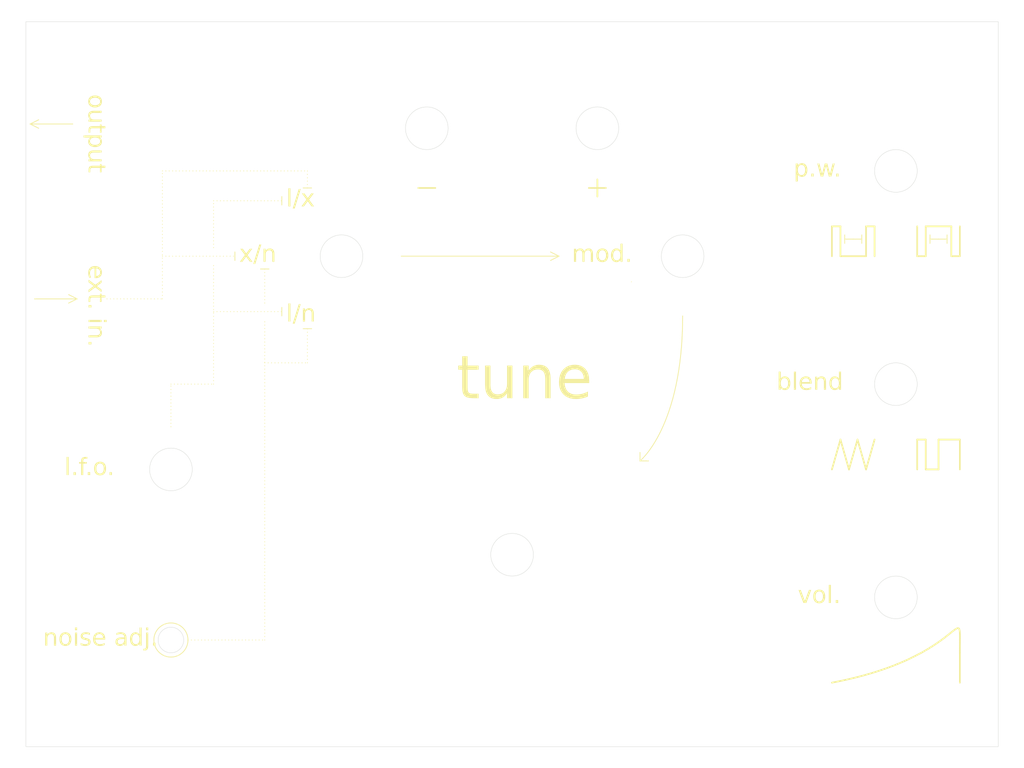
<source format=kicad_pcb>
(kicad_pcb
	(version 20241229)
	(generator "pcbnew")
	(generator_version "9.0")
	(general
		(thickness 1.6)
		(legacy_teardrops no)
	)
	(paper "A4")
	(title_block
		(title "Rev A")
	)
	(layers
		(0 "F.Cu" signal)
		(2 "B.Cu" signal)
		(9 "F.Adhes" user "F.Adhesive")
		(11 "B.Adhes" user "B.Adhesive")
		(13 "F.Paste" user)
		(15 "B.Paste" user)
		(5 "F.SilkS" user "F.Silkscreen")
		(7 "B.SilkS" user "B.Silkscreen")
		(1 "F.Mask" user)
		(3 "B.Mask" user)
		(17 "Dwgs.User" user "User.Drawings")
		(19 "Cmts.User" user "User.Comments")
		(21 "Eco1.User" user "User.Eco1")
		(23 "Eco2.User" user "User.Eco2")
		(25 "Edge.Cuts" user)
		(27 "Margin" user)
		(31 "F.CrtYd" user "F.Courtyard")
		(29 "B.CrtYd" user "B.Courtyard")
		(35 "F.Fab" user)
		(33 "B.Fab" user)
	)
	(setup
		(pad_to_mask_clearance 0)
		(allow_soldermask_bridges_in_footprints no)
		(tenting front back)
		(grid_origin 101.6 139.7)
		(pcbplotparams
			(layerselection 0x00000000_00000000_55555555_5f5555ff)
			(plot_on_all_layers_selection 0x00000000_00000000_00000000_0a0000af)
			(disableapertmacros no)
			(usegerberextensions no)
			(usegerberattributes yes)
			(usegerberadvancedattributes yes)
			(creategerberjobfile yes)
			(dashed_line_dash_ratio 12.000000)
			(dashed_line_gap_ratio 3.000000)
			(svgprecision 4)
			(plotframeref no)
			(mode 1)
			(useauxorigin no)
			(hpglpennumber 1)
			(hpglpenspeed 20)
			(hpglpendiameter 15.000000)
			(pdf_front_fp_property_popups yes)
			(pdf_back_fp_property_popups yes)
			(pdf_metadata yes)
			(pdf_single_document no)
			(dxfpolygonmode yes)
			(dxfimperialunits yes)
			(dxfusepcbnewfont yes)
			(psnegative no)
			(psa4output no)
			(plot_black_and_white yes)
			(sketchpadsonfab no)
			(plotpadnumbers no)
			(hidednponfab no)
			(sketchdnponfab yes)
			(crossoutdnponfab yes)
			(subtractmaskfromsilk no)
			(outputformat 1)
			(mirror no)
			(drillshape 0)
			(scaleselection 1)
			(outputdirectory "./tombus_fp_gerbers")
		)
	)
	(net 0 "")
	(gr_line
		(start 71.12 79.375)
		(end 71.12 74.295)
		(stroke
			(width 0.12)
			(type dot)
		)
		(layer "F.SilkS")
		(uuid "085a2e57-a179-4e0f-bf68-1017b6a989d0")
	)
	(gr_line
		(start 36.83 69.85)
		(end 35.56 69.215)
		(stroke
			(width 0.12)
			(type default)
		)
		(layer "F.SilkS")
		(uuid "0ae646d5-3231-43c2-9ebb-d3b903081902")
	)
	(gr_line
		(start 161.925 63.5)
		(end 163.195 63.5)
		(stroke
			(width 0.254)
			(type solid)
		)
		(layer "F.SilkS")
		(uuid "0b1c5de8-1a95-435c-81d2-d0aa8478a349")
	)
	(gr_line
		(start 163.195 95.25)
		(end 165.1 95.25)
		(stroke
			(width 0.254)
			(type solid)
		)
		(layer "F.SilkS")
		(uuid "10579534-a256-4d79-bc0e-b0903b7f2727")
	)
	(gr_line
		(start 50.8 82.55)
		(end 57.15 82.55)
		(stroke
			(width 0.12)
			(type dot)
		)
		(layer "F.SilkS")
		(uuid "11874ab0-812a-473f-92f7-3a26969e3fd2")
	)
	(gr_line
		(start 150.495 63.5)
		(end 154.305 63.5)
		(stroke
			(width 0.254)
			(type solid)
		)
		(layer "F.SilkS")
		(uuid "12111816-093d-4a02-8aeb-97b2bb6e34e8")
	)
	(gr_line
		(start 64.135 65.405)
		(end 65.405 65.405)
		(stroke
			(width 0.12)
			(type default)
		)
		(layer "F.SilkS")
		(uuid "1a9abec0-e188-49fc-ba77-090d7501793b")
	)
	(gr_line
		(start 165.1 60.96)
		(end 163.83 60.96)
		(stroke
			(width 0.12)
			(type default)
		)
		(layer "F.SilkS")
		(uuid "25771e5d-8223-41b1-9ea1-9aed4e85e8e6")
	)
	(gr_line
		(start 153.67 60.96)
		(end 153.67 60.325)
		(stroke
			(width 0.12)
			(type default)
		)
		(layer "F.SilkS")
		(uuid "25acf28a-6800-4641-b5d4-0803fafe68e6")
	)
	(gr_line
		(start 53.34 120.65)
		(end 64.77 120.65)
		(stroke
			(width 0.12)
			(type dot)
		)
		(layer "F.SilkS")
		(uuid "266d77af-2cb7-445b-9db1-3d15eb0bd4fc")
	)
	(gr_line
		(start 152.4 60.96)
		(end 151.13 60.96)
		(stroke
			(width 0.12)
			(type default)
		)
		(layer "F.SilkS")
		(uuid "27644a55-76dc-45ef-9363-58bb6f946e74")
	)
	(gr_curve
		(pts
			(xy 119.38 67.31) (xy 119.38 67.31) (xy 119.38 67.31) (xy 119.38 67.31)
		)
		(stroke
			(width 0.12)
			(type default)
		)
		(layer "F.SilkS")
		(uuid "27dd1e93-00a5-46fb-9fa1-39d49b13f193")
	)
	(gr_line
		(start 31.115 43.18)
		(end 29.845 43.815)
		(stroke
			(width 0.12)
			(type default)
		)
		(layer "F.SilkS")
		(uuid "2a91d8fc-9467-4d78-bde0-eecefea6cb46")
	)
	(gr_line
		(start 165.1 60.96)
		(end 166.37 60.96)
		(stroke
			(width 0.12)
			(type default)
		)
		(layer "F.SilkS")
		(uuid "2b8f62e1-d47f-486c-8d4e-8319bf5e146c")
	)
	(gr_line
		(start 36.195 43.815)
		(end 29.845 43.815)
		(stroke
			(width 0.12)
			(type default)
		)
		(layer "F.SilkS")
		(uuid "314b3e5a-48ec-47e9-8653-d4c64f145c11")
	)
	(gr_line
		(start 152.4 60.96)
		(end 153.67 60.96)
		(stroke
			(width 0.12)
			(type default)
		)
		(layer "F.SilkS")
		(uuid "3184f2b3-a684-44ff-8c3f-a9056376858b")
	)
	(gr_line
		(start 150.495 90.805)
		(end 151.765 95.25)
		(stroke
			(width 0.254)
			(type solid)
		)
		(layer "F.SilkS")
		(uuid "3204f987-fd27-4faf-9777-b7a5f6ee4b5c")
	)
	(gr_line
		(start 161.925 59.055)
		(end 161.925 63.5)
		(stroke
			(width 0.254)
			(type solid)
		)
		(layer "F.SilkS")
		(uuid "357121fc-8047-49c7-936c-e825f1489ea5")
	)
	(gr_line
		(start 120.65 93.98)
		(end 120.65 92.71)
		(stroke
			(width 0.12)
			(type default)
		)
		(layer "F.SilkS")
		(uuid "381a1f0b-2caf-4d6a-af96-f3f78063a83a")
	)
	(gr_line
		(start 70.485 53.34)
		(end 71.755 53.34)
		(stroke
			(width 0.12)
			(type default)
		)
		(layer "F.SilkS")
		(uuid "3aafe383-37cf-4447-8e63-240a16bb5376")
	)
	(gr_line
		(start 168.275 90.805)
		(end 168.275 95.25)
		(stroke
			(width 0.254)
			(type solid)
		)
		(layer "F.SilkS")
		(uuid "410cbe71-e506-404d-81ab-d9a33459bec8")
	)
	(gr_line
		(start 108.585 63.5)
		(end 107.315 62.865)
		(stroke
			(width 0.12)
			(type default)
		)
		(layer "F.SilkS")
		(uuid "445b5147-8ae9-4a2a-abe0-7c6a9a42d06a")
	)
	(gr_line
		(start 114.3 54.61)
		(end 114.3 52.07)
		(stroke
			(width 0.254)
			(type solid)
		)
		(layer "F.SilkS")
		(uuid "48aa2219-e613-4632-a55a-9246c4f22164")
	)
	(gr_curve
		(pts
			(xy 127 72.39) (xy 127 88.9) (xy 120.65 93.98) (xy 120.65 93.98)
		)
		(stroke
			(width 0.12)
			(type default)
		)
		(layer "F.SilkS")
		(uuid "48ef6b07-b946-42f2-ba57-efc2b081a1f8")
	)
	(gr_line
		(start 150.495 59.055)
		(end 150.495 63.5)
		(stroke
			(width 0.254)
			(type solid)
		)
		(layer "F.SilkS")
		(uuid "54f37a55-cd4e-4b73-b8df-fe6958046e42")
	)
	(gr_line
		(start 57.15 71.755)
		(end 67.31 71.755)
		(stroke
			(width 0.12)
			(type dot)
		)
		(layer "F.SilkS")
		(uuid "55d740de-0913-494f-8171-ff5dfcdc33e4")
	)
	(gr_line
		(start 163.195 59.055)
		(end 167.005 59.055)
		(stroke
			(width 0.254)
			(type solid)
		)
		(layer "F.SilkS")
		(uuid "60627758-26af-4324-a902-dc3d52d0f1d1")
	)
	(gr_line
		(start 163.83 60.325)
		(end 163.83 61.595)
		(stroke
			(width 0.12)
			(type default)
		)
		(layer "F.SilkS")
		(uuid "634c665c-9237-4f97-be2b-d86cabfe3f3d")
	)
	(gr_line
		(start 64.77 79.375)
		(end 71.12 79.375)
		(stroke
			(width 0.12)
			(type dot)
		)
		(layer "F.SilkS")
		(uuid "63550568-5a6c-436a-ac3a-e91f30e373bf")
	)
	(gr_line
		(start 151.13 60.325)
		(end 151.13 61.595)
		(stroke
			(width 0.12)
			(type default)
		)
		(layer "F.SilkS")
		(uuid "6d5ebd99-9214-4b14-b1ce-2ca89f104cf6")
	)
	(gr_line
		(start 67.31 71.12)
		(end 67.31 72.39)
		(stroke
			(width 0.12)
			(type default)
		)
		(layer "F.SilkS")
		(uuid "6f3d0501-58bc-43a8-be22-c1d3c1d9b320")
	)
	(gr_line
		(start 163.195 63.5)
		(end 163.195 59.055)
		(stroke
			(width 0.254)
			(type solid)
		)
		(layer "F.SilkS")
		(uuid "776a5807-cd2e-482a-b816-2c76b7ae4ca9")
	)
	(gr_line
		(start 166.37 60.96)
		(end 166.37 61.595)
		(stroke
			(width 0.12)
			(type default)
		)
		(layer "F.SilkS")
		(uuid "7e5243a0-7325-4197-817b-eb5fe6b1d138")
	)
	(gr_curve
		(pts
			(xy 149.225 127) (xy 169.545 123.19) (xy 168.275 113.665) (xy 168.275 122.555)
		)
		(stroke
			(width 0.254)
			(type solid)
		)
		(layer "F.SilkS")
		(uuid "8246e2a9-9af1-4986-b8d6-549f8c640a2e")
	)
	(gr_line
		(start 57.15 82.55)
		(end 57.15 64.77)
		(stroke
			(width 0.12)
			(type dot)
		)
		(layer "F.SilkS")
		(uuid "8283e7b4-0d59-4a4e-b0b5-e1113d45965d")
	)
	(gr_line
		(start 57.15 55.245)
		(end 67.31 55.245)
		(stroke
			(width 0.12)
			(type dot)
		)
		(layer "F.SilkS")
		(uuid "8419c531-a84f-469b-89bc-a4d17d3ee794")
	)
	(gr_line
		(start 167.005 63.5)
		(end 168.275 63.5)
		(stroke
			(width 0.254)
			(type solid)
		)
		(layer "F.SilkS")
		(uuid "84479cf3-89d7-4db9-8be5-4c1af1c28894")
	)
	(gr_line
		(start 113.03 53.34)
		(end 115.57 53.34)
		(stroke
			(width 0.254)
			(type solid)
		)
		(layer "F.SilkS")
		(uuid "85bf943d-8dde-40c1-a16a-dcb6cb7a4ac8")
	)
	(gr_line
		(start 57.15 62.23)
		(end 57.15 55.245)
		(stroke
			(width 0.12)
			(type dot)
		)
		(layer "F.SilkS")
		(uuid "85f84ead-5066-4ea2-b511-56bd6dd1b6e2")
	)
	(gr_line
		(start 120.65 93.98)
		(end 121.92 93.98)
		(stroke
			(width 0.12)
			(type default)
		)
		(layer "F.SilkS")
		(uuid "87ee5ff3-086e-49c1-9171-e67c532a6ff6")
	)
	(gr_line
		(start 154.305 95.25)
		(end 155.575 90.805)
		(stroke
			(width 0.254)
			(type solid)
		)
		(layer "F.SilkS")
		(uuid "885788a9-6ac5-4e91-994a-e9b3c117e22e")
	)
	(gr_line
		(start 49.53 50.8)
		(end 71.12 50.8)
		(stroke
			(width 0.12)
			(type dot)
		)
		(layer "F.SilkS")
		(uuid "887387e8-d894-4a0a-856f-99a4b9e6af70")
	)
	(gr_line
		(start 165.1 95.25)
		(end 165.1 90.805)
		(stroke
			(width 0.254)
			(type solid)
		)
		(layer "F.SilkS")
		(uuid "8915a03b-0173-4649-9376-6d2cacbbd3ea")
	)
	(gr_line
		(start 50.8 88.9)
		(end 50.8 82.55)
		(stroke
			(width 0.12)
			(type dot)
		)
		(layer "F.SilkS")
		(uuid "8a457966-34d5-4909-862a-a68e7024da33")
	)
	(gr_line
		(start 35.56 70.485)
		(end 36.83 69.85)
		(stroke
			(width 0.12)
			(type default)
		)
		(layer "F.SilkS")
		(uuid "918b5008-5540-4f3e-845b-102624a13950")
	)
	(gr_line
		(start 108.585 63.5)
		(end 107.315 64.135)
		(stroke
			(width 0.12)
			(type default)
		)
		(layer "F.SilkS")
		(uuid "921dd750-2dac-480c-abd9-eb8914db5f2b")
	)
	(gr_line
		(start 64.77 70.485)
		(end 64.77 65.405)
		(stroke
			(width 0.12)
			(type dot)
		)
		(layer "F.SilkS")
		(uuid "93c7f585-3291-497a-9548-e9a110ac2081")
	)
	(gr_circle
		(center 50.8 120.65)
		(end 50.8 118.11)
		(stroke
			(width 0.12)
			(type default)
		)
		(fill no)
		(layer "F.SilkS")
		(uuid "95407f31-2822-4176-a7e9-5e8cee5abd91")
	)
	(gr_line
		(start 161.925 95.25)
		(end 161.925 90.805)
		(stroke
			(width 0.254)
			(type solid)
		)
		(layer "F.SilkS")
		(uuid "9e36cf4d-5db3-4c32-a6b1-e369c1a6d07b")
	)
	(gr_line
		(start 85.09 63.5)
		(end 108.585 63.5)
		(stroke
			(width 0.12)
			(type default)
		)
		(layer "F.SilkS")
		(uuid "a340dfa1-d202-4128-821e-7c559d1da000")
	)
	(gr_line
		(start 161.925 90.805)
		(end 163.195 90.805)
		(stroke
			(width 0.254)
			(type solid)
		)
		(layer "F.SilkS")
		(uuid "a5673283-b8a4-43d5-9043-82959f517ee1")
	)
	(gr_line
		(start 30.48 69.85)
		(end 36.83 69.85)
		(stroke
			(width 0.12)
			(type default)
		)
		(layer "F.SilkS")
		(uuid "a66d6fa9-3769-43c6-911e-87fa47316975")
	)
	(gr_line
		(start 64.77 120.65)
		(end 64.77 73.025)
		(stroke
			(width 0.12)
			(type dot)
		)
		(layer "F.SilkS")
		(uuid "abe11762-0357-4534-9cc1-afed980f4d72")
	)
	(gr_line
		(start 67.31 54.61)
		(end 67.31 55.88)
		(stroke
			(width 0.12)
			(type default)
		)
		(layer "F.SilkS")
		(uuid "b17c245e-f6eb-49fe-8f68-5c3c8ff25f86")
	)
	(gr_line
		(start 71.12 50.8)
		(end 71.12 53.34)
		(stroke
			(width 0.12)
			(type dot)
		)
		(layer "F.SilkS")
		(uuid "b9553535-8281-411d-9d3c-6c712b2d6391")
	)
	(gr_line
		(start 168.275 127)
		(end 168.275 122.555)
		(stroke
			(width 0.254)
			(type solid)
		)
		(layer "F.SilkS")
		(uuid "bb38f07b-1bab-4890-92e4-5179869c0f68")
	)
	(gr_line
		(start 163.195 90.805)
		(end 163.195 95.25)
		(stroke
			(width 0.254)
			(type solid)
		)
		(layer "F.SilkS")
		(uuid "bd9e9d87-e3f8-43b9-af4c-35c86422bec0")
	)
	(gr_line
		(start 151.765 95.25)
		(end 153.035 90.805)
		(stroke
			(width 0.254)
			(type solid)
		)
		(layer "F.SilkS")
		(uuid "c031ccd7-2ff2-4b47-beba-337686401e8a")
	)
	(gr_line
		(start 167.005 59.055)
		(end 167.005 63.5)
		(stroke
			(width 0.254)
			(type solid)
		)
		(layer "F.SilkS")
		(uuid "c30596fe-345a-4d10-bdc3-0f867327e5d4")
	)
	(gr_line
		(start 87.63 53.34)
		(end 90.17 53.34)
		(stroke
			(width 0.254)
			(type solid)
		)
		(layer "F.SilkS")
		(uuid "d00e3661-aa6c-4063-a97d-2f14839b5a78")
	)
	(gr_line
		(start 149.225 95.25)
		(end 150.495 90.805)
		(stroke
			(width 0.254)
			(type solid)
		)
		(layer "F.SilkS")
		(uuid "d25a221c-2b56-4c11-bb18-f98ae68fe5e9")
	)
	(gr_line
		(start 49.53 63.5)
		(end 60.325 63.5)
		(stroke
			(width 0.12)
			(type dot)
		)
		(layer "F.SilkS")
		(uuid "d2a592b9-c95e-44dd-8e6f-b7312faacf54")
	)
	(gr_line
		(start 154.305 59.055)
		(end 155.575 59.055)
		(stroke
			(width 0.254)
			(type solid)
		)
		(layer "F.SilkS")
		(uuid "d3b0c05f-1881-48ba-8b5c-62c0ede5c985")
	)
	(gr_line
		(start 149.225 59.055)
		(end 150.495 59.055)
		(stroke
			(width 0.254)
			(type solid)
		)
		(layer "F.SilkS")
		(uuid "d4c6ac46-2640-48e8-864c-134fabec8f95")
	)
	(gr_line
		(start 29.845 43.815)
		(end 31.115 44.45)
		(stroke
			(width 0.12)
			(type default)
		)
		(layer "F.SilkS")
		(uuid "da344d60-81c2-4ae3-8018-22658f71bb24")
	)
	(gr_line
		(start 165.1 90.805)
		(end 168.275 90.805)
		(stroke
			(width 0.254)
			(type solid)
		)
		(layer "F.SilkS")
		(uuid "dcbc0363-7cff-4bd6-86e3-916c65d79955")
	)
	(gr_line
		(start 166.37 60.96)
		(end 166.37 60.325)
		(stroke
			(width 0.12)
			(type default)
		)
		(layer "F.SilkS")
		(uuid "e525be98-35c3-4b2d-8152-3c85eabaf505")
	)
	(gr_line
		(start 155.575 59.055)
		(end 155.575 63.5)
		(stroke
			(width 0.254)
			(type solid)
		)
		(layer "F.SilkS")
		(uuid "e6a976bd-0b7d-4816-9702-0f60420b957d")
	)
	(gr_line
		(start 60.325 62.865)
		(end 60.325 64.135)
		(stroke
			(width 0.12)
			(type default)
		)
		(layer "F.SilkS")
		(uuid "e97caa72-1e1a-4791-9248-27d6f7a995c7")
	)
	(gr_line
		(start 168.275 63.5)
		(end 168.275 59.055)
		(stroke
			(width 0.254)
			(type solid)
		)
		(layer "F.SilkS")
		(uuid "eb3aaee6-f347-4a7c-8318-95527ff2cd37")
	)
	(gr_line
		(start 149.225 63.5)
		(end 149.225 59.055)
		(stroke
			(width 0.254)
			(type solid)
		)
		(layer "F.SilkS")
		(uuid "f0936687-d54c-4001-99b8-2a81b6fc517c")
	)
	(gr_line
		(start 49.53 69.85)
		(end 49.53 50.8)
		(stroke
			(width 0.12)
			(type dot)
		)
		(layer "F.SilkS")
		(uuid "f131c9f4-be9c-40e0-80e9-4b0d248cb9c3")
	)
	(gr_line
		(start 41.275 69.85)
		(end 49.53 69.85)
		(stroke
			(width 0.12)
			(type dot)
		)
		(layer "F.SilkS")
		(uuid "f6bfa2cf-9870-46c3-b00a-ca5af2874773")
	)
	(gr_line
		(start 153.035 90.805)
		(end 154.305 95.25)
		(stroke
			(width 0.254)
			(type solid)
		)
		(layer "F.SilkS")
		(uuid "f76740ed-9683-45f8-8a70-842a1e24efa8")
	)
	(gr_line
		(start 153.67 60.96)
		(end 153.67 61.595)
		(stroke
			(width 0.12)
			(type default)
		)
		(layer "F.SilkS")
		(uuid "f7a9e0e0-ff1c-4434-b59e-495c178ac30a")
	)
	(gr_line
		(start 154.305 63.5)
		(end 154.305 59.055)
		(stroke
			(width 0.254)
			(type solid)
		)
		(layer "F.SilkS")
		(uuid "f971c2fc-7e12-4d40-9b83-a371dc63ceb5")
	)
	(gr_line
		(start 70.485 74.295)
		(end 71.755 74.295)
		(stroke
			(width 0.12)
			(type default)
		)
		(layer "F.SilkS")
		(uuid "fa62ec73-ee76-4b23-b8a2-96167b70c31c")
	)
	(gr_circle
		(center 158.75 114.3)
		(end 158.75 107.95)
		(stroke
			(width 0.1)
			(type default)
		)
		(fill no)
		(layer "Dwgs.User")
		(uuid "290cb34d-c289-4336-82f0-ee5b2c0554d9")
	)
	(gr_line
		(start 63.5 25.4)
		(end 63.5 139.7)
		(stroke
			(width 0.1)
			(type dot)
		)
		(layer "Dwgs.User")
		(uuid "2b678ab1-92da-4eab-acc5-c896d356ddd5")
	)
	(gr_line
		(start 139.7 25.4)
		(end 139.7 139.7)
		(stroke
			(width 0.1)
			(type dot)
		)
		(layer "Dwgs.User")
		(uuid "3c04292e-41a1-49e0-adb2-8575a027dc0a")
	)
	(gr_rect
		(start 25.4 25.4)
		(end 177.8 139.7)
		(stroke
			(width 0.1)
			(type dot)
		)
		(fill no)
		(layer "Dwgs.User")
		(uuid "3dd882f9-a3f9-4704-a4cb-479136488a47")
	)
	(gr_circle
		(center 76.2 63.5)
		(end 76.2 57.15)
		(stroke
			(width 0.1)
			(type default)
		)
		(fill no)
		(layer "Dwgs.User")
		(uuid "4676aa5f-1bf9-4535-bfab-b6ee12b14085")
	)
	(gr_line
		(start 177.8 82.55)
		(end 25.4 82.55)
		(stroke
			(width 0.1)
			(type dot)
		)
		(layer "Dwgs.User")
		(uuid "491cceb6-d189-49f7-b909-4500e2eb1547")
	)
	(gr_circle
		(center 88.9 44.45)
		(end 88.9 39.37)
		(stroke
			(width 0.1)
			(type default)
		)
		(fill no)
		(layer "Dwgs.User")
		(uuid "4d0bafb4-dd29-4475-bb35-c0e096a2fc54")
	)
	(gr_line
		(start 101.6 25.4)
		(end 101.6 139.7)
		(stroke
			(width 0.1)
			(type dot)
		)
		(layer "Dwgs.User")
		(uuid "55dbce2e-7c61-4681-8bf7-f66407feca3c")
	)
	(gr_circle
		(center 127 63.5)
		(end 127 57.15)
		(stroke
			(width 0.1)
			(type default)
		)
		(fill no)
		(layer "Dwgs.User")
		(uuid "8e200bdf-7a59-4bc5-8698-b9552238da6a")
	)
	(gr_circle
		(center 158.75 82.55)
		(end 158.75 76.2)
		(stroke
			(width 0.1)
			(type default)
		)
		(fill no)
		(layer "Dwgs.User")
		(uuid "91efb5a4-1a81-4f8e-8399-12deeb1aaca3")
	)
	(gr_circle
		(center 114.3 44.45)
		(end 114.3 39.37)
		(stroke
			(width 0.1)
			(type default)
		)
		(fill no)
		(layer "Dwgs.User")
		(uuid "b6925a39-9616-4e48-a7e1-f1f8b588298e")
	)
	(gr_line
		(start 177.8 107.95)
		(end 25.4 107.95)
		(stroke
			(width 0.1)
			(type dot)
		)
		(layer "Dwgs.User")
		(uuid "bd94d201-df64-4dba-8630-fdee1925decf")
	)
	(gr_line
		(start 25.4 57.15)
		(end 177.8 57.15)
		(stroke
			(width 0.1)
			(type dot)
		)
		(layer "Dwgs.User")
		(uuid "c8ae55e9-007f-46db-9821-15bc1af13a00")
	)
	(gr_circle
		(center 50.8 95.25)
		(end 50.8 88.9)
		(stroke
			(width 0.1)
			(type default)
		)
		(fill no)
		(layer "Dwgs.User")
		(uuid "ce9369b3-5c8c-4e48-804d-23eda2e68e0e")
	)
	(gr_circle
		(center 158.75 50.8)
		(end 158.75 44.45)
		(stroke
			(width 0.1)
			(type default)
		)
		(fill no)
		(layer "Dwgs.User")
		(uuid "d385ee6c-8db4-4e28-86c4-b0979d0ab706")
	)
	(gr_circle
		(center 101.6 107.95)
		(end 101.6 127)
		(stroke
			(width 0.1)
			(type default)
		)
		(fill no)
		(layer "Dwgs.User")
		(uuid "ef64facb-4b3d-4299-91e4-3f716b2c5f73")
	)
	(gr_circle
		(center 127 63.5)
		(end 127 60.325)
		(stroke
			(width 0.05)
			(type default)
		)
		(fill no)
		(layer "Edge.Cuts")
		(uuid "01dd8a80-df04-4469-a9ed-1e4bd9ed7b08")
	)
	(gr_rect
		(start 29.21 28.575)
		(end 173.99 136.525)
		(stroke
			(width 0.05)
			(type default)
		)
		(fill no)
		(layer "Edge.Cuts")
		(uuid "060b0a27-1274-4536-b518-8628bafd4513")
	)
	(gr_circle
		(center 76.2 63.5)
		(end 79.375 63.5)
		(stroke
			(width 0.05)
			(type solid)
		)
		(fill no)
		(layer "Edge.Cuts")
		(uuid "15f8ae8c-dfa4-4c30-874c-1f67639935fa")
	)
	(gr_circle
		(center 158.75 50.8)
		(end 161.925 50.8)
		(stroke
			(width 0.05)
			(type solid)
		)
		(fill no)
		(layer "Edge.Cuts")
		(uuid "162100ee-912c-4e05-b9b8-adcddd85a6f2")
	)
	(gr_circle
		(center 50.8 95.25)
		(end 50.8 92.075)
		(stroke
			(width 0.05)
			(type default)
		)
		(fill no)
		(layer "Edge.Cuts")
		(uuid "73de1959-f0b5-4496-ac02-ae64d7497586")
	)
	(gr_circle
		(center 88.9 44.45)
		(end 92.075 44.45)
		(stroke
			(width 0.05)
			(type solid)
		)
		(fill no)
		(layer "Edge.Cuts")
		(uuid "768cdffb-ee22-4674-baa0-d1c518e45c8b")
	)
	(gr_circle
		(center 158.75 82.55)
		(end 161.925 82.55)
		(stroke
			(width 0.05)
			(type solid)
		)
		(fill no)
		(layer "Edge.Cuts")
		(uuid "78489c20-ecb7-4904-9043-0bd77987ae3d")
	)
	(gr_circle
		(center 101.6 107.95)
		(end 101.6 104.775)
		(stroke
			(width 0.05)
			(type default)
		)
		(fill no)
		(layer "Edge.Cuts")
		(uuid "8d8cd512-94c7-4795-8320-3ce99cf0d8e8")
	)
	(gr_circle
		(center 50.8 120.65)
		(end 50.8 118.745)
		(stroke
			(width 0.05)
			(type default)
		)
		(fill no)
		(layer "Edge.Cuts")
		(uuid "bcc74857-db23-4090-b22c-0f958475bffd")
	)
	(gr_circle
		(center 114.3 44.45)
		(end 117.475 44.45)
		(stroke
			(width 0.05)
			(type solid)
		)
		(fill no)
		(layer "Edge.Cuts")
		(uuid "d632c5c1-1719-4b0a-b45f-1fd6a6139d87")
	)
	(gr_circle
		(center 158.75 114.3)
		(end 158.75 111.125)
		(stroke
			(width 0.05)
			(type default)
		)
		(fill no)
		(layer "Edge.Cuts")
		(uuid "f2342c51-4d55-4f9b-b9e6-ee74fa2a598b")
	)
	(gr_text "tune"
		(at 93.345 85.725 0)
		(layer "F.SilkS")
		(uuid "07978051-a7c3-4b68-81c6-c34419703493")
		(effects
			(font
				(face "STIX Two Math")
				(size 6.35 6.35)
				(thickness 0.15)
			)
			(justify left bottom)
		)
		(render_cache "tune" 0
			(polygon
				(pts
					(xy 95.949419 83.853744) (xy 95.798475 84.016726) (xy 95.661671 84.131071) (xy 95.513162 84.198453)
					(xy 95.327103 84.220541) (xy 95.197717 84.207586) (xy 95.096152 84.166527) (xy 94.985144 84.036473)
					(xy 94.921128 83.792717) (xy 94.900594 83.371013) (xy 94.900594 80.849956) (xy 95.905217 80.849956)
					(xy 95.905217 80.476567) (xy 94.900594 80.476567) (xy 94.909512 79.210998) (xy 94.678422 79.210998)
					(xy 94.469065 79.670955) (xy 94.262041 80.041042) (xy 94.112607 80.25119) (xy 93.953092 80.427842)
					(xy 93.673799 80.64562) (xy 93.673799 80.849956) (xy 94.162734 80.849956) (xy 94.162734 83.62149)
					(xy 94.175304 83.903802) (xy 94.213662 84.141576) (xy 94.265881 84.306775) (xy 94.337156 84.443717)
					(xy 94.417134 84.542821) (xy 94.513065 84.621228) (xy 94.750144 84.718255) (xy 95.01614 84.74476)
					(xy 95.212027 84.732451) (xy 95.378623 84.695922) (xy 95.629193 84.567754) (xy 95.858975 84.342424)
					(xy 96.109755 84.008929) (xy 96.118472 83.996818)
				)
			)
			(polygon
				(pts
					(xy 100.943065 84.256601) (xy 100.854273 84.256601) (xy 100.584206 84.237285) (xy 100.490272 84.20537)
					(xy 100.420067 84.151708) (xy 100.346859 83.993617) (xy 100.321137 83.669181) (xy 100.321137 80.402122)
					(xy 100.107495 80.402122) (xy 98.862864 80.526197) (xy 98.862864 80.775124) (xy 99.274146 80.798385)
					(xy 99.406686 80.839674) (xy 99.498028 80.911589) (xy 99.566923 81.076409) (xy 99.583276 81.293138)
					(xy 99.583276 83.640489) (xy 99.348655 83.838295) (xy 99.11927 83.998867) (xy 98.878088 84.112785)
					(xy 98.608071 84.170627) (xy 98.489474 84.175952) (xy 98.323262 84.162822) (xy 98.171054 84.120544)
					(xy 98.058854 84.06138) (xy 97.958974 83.977527) (xy 97.878187 83.875124) (xy 97.810337 83.747339)
					(xy 97.716359 83.398671) (xy 97.689576 82.997624) (xy 97.689576 80.402122) (xy 97.494157 80.402122)
					(xy 96.347236 80.526197) (xy 96.347236 80.775124) (xy 96.568977 80.784614) (xy 96.732154 80.812833)
					(xy 96.844334 80.873531) (xy 96.913084 80.98046) (xy 96.950421 81.222761) (xy 96.951715 81.302056)
					(xy 96.951715 83.113944) (xy 96.964013 83.44957) (xy 97.000466 83.74107) (xy 97.053504 83.967899)
					(xy 97.125166 84.162194) (xy 97.207178 84.313657) (xy 97.304183 84.440137) (xy 97.411328 84.53941)
					(xy 97.53167 84.617802) (xy 97.818929 84.718026) (xy 98.116085 84.74476) (xy 98.322195 84.732487)
					(xy 98.516567 84.69621) (xy 98.879874 84.554757) (xy 99.252546 84.304867) (xy 99.574358 84.015429)
					(xy 99.61856 84.015429) (xy 99.61856 84.69513) (xy 99.814367 84.69513) (xy 100.943065 84.496609)
				)
			)
			(polygon
				(pts
					(xy 105.481121 81.911964) (xy 105.468664 81.607601) (xy 105.43109 81.333989) (xy 105.375885 81.115621)
					(xy 105.300085 80.9229) (xy 105.21317 80.770418) (xy 105.108909 80.639848) (xy 104.994798 80.537295)
					(xy 104.865046 80.454754) (xy 104.561444 80.351505) (xy 104.28961 80.327677) (xy 104.104892 80.339771)
					(xy 103.930975 80.374799) (xy 103.591147 80.514462) (xy 103.216971 80.769173) (xy 102.858478 81.074843)
					(xy 102.822807 81.074843) (xy 102.831724 80.352492) (xy 102.627388 80.352492) (xy 101.498302 80.611111)
					(xy 101.498302 80.869343) (xy 101.73831 80.851507) (xy 101.892755 80.866399) (xy 102.007871 80.92101)
					(xy 102.057241 80.979226) (xy 102.09108 81.060457) (xy 102.1117 81.243508) (xy 102.1117 83.746341)
					(xy 102.104479 84.001852) (xy 102.066345 84.185731) (xy 101.972587 84.306902) (xy 101.798496 84.374292)
					(xy 101.489384 84.396961) (xy 101.489384 84.6455) (xy 103.525383 84.6455) (xy 103.525383 84.396961)
					(xy 103.255094 84.383671) (xy 103.06837 84.340273) (xy 102.984233 84.293183) (xy 102.924869 84.229538)
					(xy 102.864751 84.05606) (xy 102.84956 83.746341) (xy 102.84956 81.457926) (xy 102.890036 81.421328)
					(xy 103.097132 81.24022) (xy 103.333903 81.070956) (xy 103.607515 80.945765) (xy 103.760377 80.909767)
					(xy 103.925139 80.896872) (xy 104.112542 80.912075) (xy 104.292557 80.968865) (xy 104.399652 81.035078)
					(xy 104.496915 81.129821) (xy 104.573846 81.243141) (xy 104.638735 81.386404) (xy 104.724973 81.778544)
					(xy 104.743261 82.134524) (xy 104.743261 83.746729) (xy 104.735769 84.002053) (xy 104.695738 84.185817)
					(xy 104.596831 84.306929) (xy 104.412711 84.374296) (xy 104.085273 84.396961) (xy 104.085273 84.6455)
					(xy 106.138721 84.6455) (xy 106.138721 84.396961) (xy 105.885157 84.383673) (xy 105.706176 84.340287)
					(xy 105.622284 84.29226) (xy 105.561922 84.227089) (xy 105.498272 84.04795) (xy 105.481121 83.746729)
				)
			)
			(polygon
				(pts
					(xy 108.73882 80.342603) (xy 109.117069 80.438888) (xy 109.443042 80.620634) (xy 109.58758 80.74457)
					(xy 109.71733 80.889397) (xy 109.834768 81.059907) (xy 109.935135 81.251729) (xy 110.02044 81.472755)
					(xy 110.085824 81.715789) (xy 110.131744 81.990604) (xy 110.154497 82.288068) (xy 107.345354 82.288068)
					(xy 107.347698 82.411799) (xy 107.369735 82.674922) (xy 107.413527 82.914426) (xy 107.477306 83.130658)
					(xy 107.559275 83.323855) (xy 107.658946 83.496264) (xy 107.77357 83.645688) (xy 107.904751 83.775411)
					(xy 108.047715 83.881607) (xy 108.205892 83.967066) (xy 108.372323 84.02807) (xy 108.550307 84.065767)
					(xy 108.732284 84.078242) (xy 109.094101 84.046054) (xy 109.40007 83.947216) (xy 109.639968 83.79494)
					(xy 109.836554 83.602659) (xy 110.012586 83.383808) (xy 110.181251 83.508271) (xy 110.124184 83.625237)
					(xy 109.871119 84.050464) (xy 109.603741 84.353541) (xy 109.30314 84.565481) (xy 109.134967 84.64117)
					(xy 108.949739 84.697381) (xy 108.744484 84.732634) (xy 108.519029 84.74476) (xy 108.441325 84.743379)
					(xy 108.007808 84.680708) (xy 107.62285 84.530212) (xy 107.291041 84.297081) (xy 107.146465 84.150168)
					(xy 107.017156 83.983068) (xy 106.903725 83.795009) (xy 106.808012 83.587005) (xy 106.730408 83.356566)
					(xy 106.673299 83.106182) (xy 106.637529 82.832001) (xy 106.625329 82.537769) (xy 106.625797 82.476849)
					(xy 106.676082 81.959268) (xy 107.336436 81.959268) (xy 109.318927 81.959268) (xy 109.308101 81.808074)
					(xy 109.223023 81.396647) (xy 109.077153 81.082989) (xy 108.885907 80.864003) (xy 108.652339 80.730767)
					(xy 108.516825 80.695715) (xy 108.367812 80.683618) (xy 108.357861 80.683658) (xy 108.051452 80.73065)
					(xy 107.918353 80.786682) (xy 107.798223 80.864138) (xy 107.686475 80.96802) (xy 107.589319 81.09495)
					(xy 107.500546 81.258645) (xy 107.429443 81.448948) (xy 107.371967 81.68842) (xy 107.336436 81.959268)
					(xy 106.676082 81.959268) (xy 106.680708 81.911658) (xy 106.739544 81.665079) (xy 106.817752 81.439768)
					(xy 106.913864 81.236113) (xy 107.026874 81.053375) (xy 107.157164 80.889697) (xy 107.302307 80.747172)
					(xy 107.465456 80.622743) (xy 107.64164 80.520337) (xy 107.836768 80.437232) (xy 108.043019 80.377532)
					(xy 108.267724 80.340112) (xy 108.501193 80.327677)
				)
			)
		)
	)
	(gr_text "vol."
		(at 144.145 115.57 0)
		(layer "F.SilkS")
		(uuid "1e54c370-b571-4dab-8e6a-a60d9b2990b3")
		(effects
			(font
				(face "STIX Two Math")
				(size 2.54 2.54)
				(thickness 0.15)
			)
			(justify left bottom)
		)
		(render_cache "vol." 0
			(polygon
				(pts
					(xy 145.915865 113.460701) (xy 145.293472 113.460701) (xy 145.293472 113.563838) (xy 145.395409 113.570017)
					(xy 145.463684 113.59342) (xy 145.483759 113.613396) (xy 145.494448 113.640123) (xy 145.49618 113.659376)
					(xy 145.483101 113.738877) (xy 145.477231 113.756793) (xy 145.471365 113.776162) (xy 145.165519 114.575983)
					(xy 145.090764 114.791874) (xy 145.069516 114.791874) (xy 145.001895 114.57955) (xy 144.699616 113.790431)
					(xy 144.67389 113.720018) (xy 144.6641 113.652397) (xy 144.669376 113.622964) (xy 144.686456 113.599123)
					(xy 144.748688 113.572101) (xy 144.848972 113.563838) (xy 144.848972 113.460701) (xy 144.098626 113.460701)
					(xy 144.098626 113.563838) (xy 144.180545 113.570042) (xy 144.242768 113.593614) (xy 144.303893 113.656188)
					(xy 144.386791 113.822225) (xy 144.916593 115.158052) (xy 145.087197 115.158052) (xy 145.649103 113.79772)
					(xy 145.694253 113.696071) (xy 145.741284 113.627139) (xy 145.775004 113.597848) (xy 145.813405 113.578438)
					(xy 145.915865 113.563838)
				)
			)
			(polygon
				(pts
					(xy 146.786018 113.411522) (xy 146.974248 113.435573) (xy 147.136309 113.493527) (xy 147.207896 113.534441)
					(xy 147.273211 113.583088) (xy 147.33252 113.63977) (xy 147.384997 113.703863) (xy 147.431303 113.776725)
					(xy 147.470011 113.85683) (xy 147.501646 113.946529) (xy 147.524727 114.043364) (xy 147.539284 114.150304)
					(xy 147.544199 114.264244) (xy 147.542711 114.333288) (xy 147.514583 114.555464) (xy 147.454669 114.740978)
					(xy 147.414099 114.820819) (xy 147.366742 114.892746) (xy 147.312812 114.956844) (xy 147.252752 115.012895)
					(xy 147.1857 115.061622) (xy 147.113019 115.101916) (xy 147.032632 115.134557) (xy 146.947051 115.158135)
					(xy 146.853267 115.172951) (xy 146.75477 115.177904) (xy 146.701278 115.176635) (xy 146.514661 115.149401)
					(xy 146.356301 115.089485) (xy 146.223486 114.998514) (xy 146.165908 114.940838) (xy 146.114979 114.875457)
					(xy 146.069714 114.800278) (xy 146.031863 114.717185) (xy 146.000574 114.62251) (xy 145.97773 114.519544)
					(xy 145.963128 114.403391) (xy 145.958206 114.278512) (xy 145.959188 114.232139) (xy 146.288867 114.232139)
					(xy 146.290012 114.30985) (xy 146.314143 114.562495) (xy 146.363272 114.745039) (xy 146.431864 114.874312)
					(xy 146.518771 114.962821) (xy 146.570983 114.994523) (xy 146.628115 115.017086) (xy 146.695799 115.031525)
					(xy 146.769038 115.035682) (xy 146.88948 115.023658) (xy 146.995121 114.982497) (xy 147.039981 114.949808)
					(xy 147.079913 114.908114) (xy 147.116982 114.853064) (xy 147.148324 114.786321) (xy 147.176456 114.697112)
					(xy 147.197282 114.59135) (xy 147.21201 114.448976) (xy 147.21695 114.282079) (xy 147.216262 114.232763)
					(xy 147.192826 114.009592) (xy 147.141937 113.836914) (xy 147.070047 113.70927) (xy 146.980322 113.620228)
					(xy 146.928644 113.588716) (xy 146.871895 113.565653) (xy 146.808825 113.551212) (xy 146.740501 113.546313)
					(xy 146.639051 113.558094) (xy 146.528746 113.604842) (xy 146.479363 113.642316) (xy 146.43496 113.689015)
					(xy 146.394173 113.747742) (xy 146.359523 113.816563) (xy 146.329968 113.900252) (xy 146.308073 113.995213)
					(xy 146.293749 114.107424) (xy 146.288867 114.232139) (xy 145.959188 114.232139) (xy 145.959326 114.225621)
					(xy 145.986952 114.021013) (xy 146.048369 113.843361) (xy 146.139624 113.694199) (xy 146.25762 113.574643)
					(xy 146.325966 113.526353) (xy 146.400281 113.486021) (xy 146.480586 113.453884) (xy 146.566324 113.43045)
					(xy 146.658077 113.415974) (xy 146.75477 113.41107)
				)
			)
			(polygon
				(pts
					(xy 148.588293 115.035217) (xy 148.470675 115.02961) (xy 148.392544 115.010217) (xy 148.361959 114.990951)
					(xy 148.340533 114.96488) (xy 148.318982 114.891147) (xy 148.314397 114.779622) (xy 148.314397 112.626914)
					(xy 148.225528 112.626914) (xy 147.756213 112.755952) (xy 147.756213 112.852111) (xy 147.869897 112.844977)
					(xy 147.928769 112.848049) (xy 147.975011 112.864591) (xy 148.005974 112.905591) (xy 148.019008 112.982038)
					(xy 148.019253 112.997589) (xy 148.019253 114.779622) (xy 148.016976 114.869616) (xy 148.005999 114.937239)
					(xy 147.980106 114.985045) (xy 147.933077 115.015587) (xy 147.830116 115.033681) (xy 147.770327 115.035217)
					(xy 147.770327 115.1382) (xy 148.588293 115.1382)
				)
			)
			(polygon
				(pts
					(xy 149.319408 114.961857) (xy 149.314499 114.910251) (xy 149.299991 114.862164) (xy 149.277086 114.82054)
					(xy 149.245772 114.785377) (xy 149.209192 114.759741) (xy 149.165778 114.742363) (xy 149.102586 114.734179)
					(xy 149.055024 114.738969) (xy 149.012656 114.752645) (xy 148.94366 114.804089) (xy 148.90012 114.883827)
					(xy 148.889176 114.95829) (xy 148.894166 115.01242) (xy 148.909242 115.060553) (xy 148.93147 115.097543)
					(xy 148.962054 115.127717) (xy 148.998402 115.148971) (xy 149.042284 115.162636) (xy 149.099019 115.167978)
					(xy 149.151684 115.1632) (xy 149.197535 115.149607) (xy 149.268378 115.100039) (xy 149.310158 115.025522)
				)
			)
		)
	)
	(gr_text "p.w."
		(at 143.51 52.07 0)
		(layer "F.SilkS")
		(uuid "2d4c2173-72a4-478b-a839-d86073b535b7")
		(effects
			(font
				(face "STIX Two Math")
				(size 2.54 2.54)
				(thickness 0.15)
			)
			(justify left bottom)
		)
		(render_cache "p.w." 0
			(polygon
				(pts
					(xy 144.76753 49.915561) (xy 144.838338 49.929888) (xy 144.90524 49.953639) (xy 144.969818 49.987546)
					(xy 145.029572 50.03054) (xy 145.086162 50.084303) (xy 145.136806 50.146824) (xy 145.182536 50.220157)
					(xy 145.221076 50.301706) (xy 145.252612 50.39298) (xy 145.275741 50.491602) (xy 145.290092 50.597844)
					(xy 145.294979 50.710271) (xy 145.292407 50.798942) (xy 145.280729 50.914806) (xy 145.260103 51.023367)
					(xy 145.231163 51.124115) (xy 145.194384 51.217175) (xy 145.150445 51.302076) (xy 145.099761 51.378914)
					(xy 145.043014 51.447306) (xy 144.980593 51.507256) (xy 144.913117 51.558488) (xy 144.841016 51.600882)
					(xy 144.764784 51.634237) (xy 144.684956 51.658332) (xy 144.60189 51.672976) (xy 144.516251 51.677904)
					(xy 144.431711 51.673885) (xy 144.283004 51.64207) (xy 144.157053 51.578488) (xy 144.142939 51.578488)
					(xy 144.142939 52.042995) (xy 144.15394 52.168374) (xy 144.186813 52.242925) (xy 144.216265 52.271229)
					(xy 144.255116 52.291997) (xy 144.351777 52.31347) (xy 144.487868 52.319373) (xy 144.487868 52.422356)
					(xy 143.588167 52.422356) (xy 143.588167 52.32294) (xy 143.668016 52.319544) (xy 143.761679 52.296962)
					(xy 143.792849 52.276826) (xy 143.815749 52.249944) (xy 143.841307 52.17397) (xy 143.847795 52.064243)
					(xy 143.847795 50.370925) (xy 144.142939 50.370925) (xy 144.142939 51.303506) (xy 144.159756 51.322495)
					(xy 144.215252 51.383171) (xy 144.316767 51.469425) (xy 144.421917 51.521456) (xy 144.534087 51.539249)
					(xy 144.631329 51.526462) (xy 144.685423 51.506526) (xy 144.736084 51.477269) (xy 144.783882 51.437641)
					(xy 144.827247 51.388067) (xy 144.867279 51.32567) (xy 144.901538 51.25222) (xy 144.930702 51.163311)
					(xy 144.952442 51.062002) (xy 144.966594 50.943117) (xy 144.971452 50.810462) (xy 144.961904 50.631301)
					(xy 144.92402 50.448634) (xy 144.863773 50.318182) (xy 144.784023 50.228472) (xy 144.735677 50.196282)
					(xy 144.682364 50.173074) (xy 144.619728 50.158006) (xy 144.551767 50.153017) (xy 144.542597 50.153119)
					(xy 144.46978 50.161082) (xy 144.401543 50.180071) (xy 144.324075 50.215514) (xy 144.256171 50.259753)
					(xy 144.191106 50.316107) (xy 144.142939 50.370925) (xy 143.847795 50.370925) (xy 143.847795 50.298651)
					(xy 143.837509 50.186252) (xy 143.807385 50.138591) (xy 143.768973 50.121669) (xy 143.712553 50.116415)
					(xy 143.598868 50.123549) (xy 143.598868 50.020257) (xy 144.046936 49.920996) (xy 144.135805 49.920996)
					(xy 144.135805 50.220794) (xy 144.146506 50.220794) (xy 144.273589 50.089593) (xy 144.412145 49.988388)
					(xy 144.549894 49.930612) (xy 144.622187 49.915995) (xy 144.697556 49.91107)
				)
			)
			(polygon
				(pts
					(xy 145.996935 51.461857) (xy 145.992027 51.410251) (xy 145.977519 51.362164) (xy 145.954613 51.32054)
					(xy 145.9233 51.285377) (xy 145.88672 51.259741) (xy 145.843305 51.242363) (xy 145.780113 51.234179)
					(xy 145.732551 51.238969) (xy 145.690183 51.252645) (xy 145.621188 51.304089) (xy 145.577647 51.383827)
					(xy 145.566704 51.45829) (xy 145.571694 51.51242) (xy 145.58677 51.560553) (xy 145.608998 51.597543)
					(xy 145.639582 51.627717) (xy 145.67593 51.648971) (xy 145.719812 51.662636) (xy 145.776546 51.667978)
					(xy 145.829212 51.6632) (xy 145.875063 51.649607) (xy 145.945905 51.600039) (xy 145.987685 51.525522)
				)
			)
			(polygon
				(pts
					(xy 148.92682 49.960701) (xy 148.311716 49.960701) (xy 148.311716 50.063838) (xy 148.406805 50.06934)
					(xy 148.471558 50.088003) (xy 148.495195 50.106331) (xy 148.50817 50.130928) (xy 148.510857 50.152397)
					(xy 148.49826 50.245681) (xy 148.493406 50.264157) (xy 148.489454 50.279729) (xy 148.208579 51.072416)
					(xy 148.13739 51.277605) (xy 148.116142 51.277605) (xy 148.052088 51.072416) (xy 147.764079 50.29741)
					(xy 147.741415 50.220949) (xy 147.732129 50.152397) (xy 147.737472 50.121875) (xy 147.755024 50.097426)
					(xy 147.817421 50.071118) (xy 147.909867 50.063838) (xy 147.909867 49.960701) (xy 147.166656 49.960701)
					(xy 147.166656 50.063838) (xy 147.263865 50.071239) (xy 147.336411 50.103193) (xy 147.396091 50.174995)
					(xy 147.4618 50.322225) (xy 147.500884 50.428465) (xy 147.244978 51.072416) (xy 147.170223 51.277605)
					(xy 147.145408 51.277605) (xy 147.081354 51.072416) (xy 146.771941 50.290431) (xy 146.765426 50.274247)
					(xy 146.742296 50.211856) (xy 146.732857 50.152397) (xy 146.738157 50.122964) (xy 146.755406 50.099123)
					(xy 146.818196 50.072201) (xy 146.921297 50.063838) (xy 146.921297 49.960701) (xy 146.156837 49.960701)
					(xy 146.156837 50.063838) (xy 146.241551 50.07003) (xy 146.307487 50.093523) (xy 146.37295 50.155796)
					(xy 146.442802 50.284573) (xy 146.459116 50.322225) (xy 146.992485 51.658052) (xy 147.155954 51.658052)
					(xy 147.572072 50.62652) (xy 147.586341 50.62652) (xy 147.963219 51.658052) (xy 148.133978 51.658052)
					(xy 148.66378 50.29772) (xy 148.710754 50.191822) (xy 148.759518 50.12176) (xy 148.792897 50.094278)
					(xy 148.831192 50.076348) (xy 148.92682 50.063838)
				)
			)
			(polygon
				(pts
					(xy 149.282451 51.461857) (xy 149.277542 51.410251) (xy 149.263034 51.362164) (xy 149.240129 51.32054)
					(xy 149.208815 51.285377) (xy 149.172235 51.259741) (xy 149.128821 51.242363) (xy 149.065629 51.234179)
					(xy 149.018067 51.238969) (xy 148.975699 51.252645) (xy 148.906704 51.304089) (xy 148.863163 51.383827)
					(xy 148.852219 51.45829) (xy 148.857209 51.51242) (xy 148.872285 51.560553) (xy 148.894514 51.597543)
					(xy 148.925097 51.627717) (xy 148.961445 51.648971) (xy 149.005328 51.662636) (xy 149.062062 51.667978)
					(xy 149.114727 51.6632) (xy 149.160578 51.649607) (xy 149.231421 51.600039) (xy 149.273201 51.525522)
				)
			)
		)
	)
	(gr_text "blend"
		(at 140.97 83.82 0)
		(layer "F.SilkS")
		(uuid "3a3eccbb-9e5a-4e07-b3b6-672f3777197c")
		(effects
			(font
				(face "STIX Two Math")
				(size 2.54 2.54)
				(thickness 0.15)
			)
			(justify left bottom)
		)
		(render_cache "blend" 0
			(polygon
				(pts
					(xy 141.549587 81.963659) (xy 141.560288 81.963659) (xy 141.694082 81.827431) (xy 141.828755 81.734486)
					(xy 141.966094 81.679517) (xy 142.107771 81.66107) (xy 142.174496 81.665111) (xy 142.245484 81.678914)
					(xy 142.312481 81.702108) (xy 142.377009 81.735368) (xy 142.436667 81.777669) (xy 142.493134 81.830686)
					(xy 142.543636 81.892431) (xy 142.589284 81.965054) (xy 142.627737 82.045901) (xy 142.659259 82.136679)
					(xy 142.68237 82.234853) (xy 142.696738 82.34094) (xy 142.701626 82.453292) (xy 142.696136 82.586547)
					(xy 142.658944 82.805472) (xy 142.590495 82.989642) (xy 142.545627 83.069443) (xy 142.49404 83.14137)
					(xy 142.435688 83.205768) (xy 142.371257 83.262088) (xy 142.299693 83.311133) (xy 142.222579 83.351676)
					(xy 142.137826 83.384467) (xy 142.048027 83.408137) (xy 141.950398 83.422951) (xy 141.848298 83.427904)
					(xy 141.715177 83.421568) (xy 141.596354 83.404711) (xy 141.481084 83.377367) (xy 141.385161 83.345407)
					(xy 141.254442 83.285682) (xy 141.254442 82.120925) (xy 141.549587 82.120925) (xy 141.549587 83.114303)
					(xy 141.570543 83.138431) (xy 141.661616 83.215064) (xy 141.773067 83.264176) (xy 141.838236 83.277391)
					(xy 141.912197 83.282115) (xy 142.010032 83.272249) (xy 142.070726 83.254181) (xy 142.125348 83.227533)
					(xy 142.177324 83.19008) (xy 142.222767 83.144056) (xy 142.266247 83.083035) (xy 142.302102 83.012984)
					(xy 142.334273 82.922628) (xy 142.35729 82.822998) (xy 142.373017 82.699397) (xy 142.3781 82.567596)
					(xy 142.362749 82.342511) (xy 142.322341 82.177411) (xy 142.261861 82.057544) (xy 142.18281 81.974047)
					(xy 142.135557 81.944191) (xy 142.081923 81.921984) (xy 142.020345 81.90787) (xy 141.951436 81.903017)
					(xy 141.943192 81.903108) (xy 141.871998 81.911271) (xy 141.804596 81.930837) (xy 141.726362 81.967845)
					(xy 141.657734 82.013698) (xy 141.595147 82.068667) (xy 141.549587 82.120925) (xy 141.254442 82.120925)
					(xy 141.254442 81.282796) (xy 141.248253 81.182133) (xy 141.224508 81.126663) (xy 141.177213 81.10169)
					(xy 141.097952 81.095287) (xy 140.998382 81.102421) (xy 140.998382 81.002851) (xy 141.45715 80.876914)
					(xy 141.549587 80.876914)
				)
			)
			(polygon
				(pts
					(xy 143.750684 83.285217) (xy 143.633065 83.27961) (xy 143.554934 83.260217) (xy 143.524349 83.240951)
					(xy 143.502923 83.21488) (xy 143.481372 83.141147) (xy 143.476787 83.029622) (xy 143.476787 80.876914)
					(xy 143.387918 80.876914) (xy 142.918603 81.005952) (xy 142.918603 81.102111) (xy 143.032287 81.094977)
					(xy 143.091159 81.098049) (xy 143.137401 81.114591) (xy 143.168364 81.155591) (xy 143.181398 81.232038)
					(xy 143.181643 81.247589) (xy 143.181643 83.029622) (xy 143.179366 83.119616) (xy 143.168389 83.187239)
					(xy 143.142496 83.235045) (xy 143.095467 83.265587) (xy 142.992506 83.283681) (xy 142.932717 83.285217)
					(xy 142.932717 83.3882) (xy 143.750684 83.3882)
				)
			)
			(polygon
				(pts
					(xy 144.797392 81.667041) (xy 144.948692 81.705555) (xy 145.079081 81.778253) (xy 145.136896 81.827828)
					(xy 145.188797 81.885759) (xy 145.235772 81.953962) (xy 145.275918 82.030691) (xy 145.31004 82.119102)
					(xy 145.336194 82.216315) (xy 145.354562 82.326241) (xy 145.363663 82.445227) (xy 144.240006 82.445227)
					(xy 144.240944 82.494719) (xy 144.249758 82.599969) (xy 144.267275 82.69577) (xy 144.292787 82.782263)
					(xy 144.325574 82.859542) (xy 144.365443 82.928505) (xy 144.411292 82.988275) (xy 144.463765 83.040164)
					(xy 144.52095 83.082642) (xy 144.584221 83.116826) (xy 144.650794 83.141228) (xy 144.721987 83.156307)
					(xy 144.794778 83.161297) (xy 144.939505 83.148421) (xy 145.061892 83.108886) (xy 145.157852 83.047976)
					(xy 145.236486 82.971063) (xy 145.306899 82.883523) (xy 145.374365 82.933308) (xy 145.351538 82.980095)
					(xy 145.250312 83.150185) (xy 145.143361 83.271416) (xy 145.02312 83.356192) (xy 144.955851 83.386468)
					(xy 144.88176 83.408952) (xy 144.799658 83.423053) (xy 144.709476 83.427904) (xy 144.678394 83.427351)
					(xy 144.504988 83.402283) (xy 144.351004 83.342084) (xy 144.218281 83.248832) (xy 144.16045 83.190067)
					(xy 144.108727 83.123227) (xy 144.063354 83.048003) (xy 144.025069 82.964802) (xy 143.994027 82.872626)
					(xy 143.971184 82.772473) (xy 143.956876 82.6628) (xy 143.951996 82.545107) (xy 143.952183 82.520739)
					(xy 143.972297 82.313707) (xy 144.236439 82.313707) (xy 145.029435 82.313707) (xy 145.025105 82.253229)
					(xy 144.991074 82.088659) (xy 144.932726 81.963195) (xy 144.856227 81.875601) (xy 144.7628 81.822307)
					(xy 144.708594 81.808286) (xy 144.648989 81.803447) (xy 144.645009 81.803463) (xy 144.522445 81.82226)
					(xy 144.469206 81.844672) (xy 144.421154 81.875655) (xy 144.376454 81.917208) (xy 144.337592 81.96798)
					(xy 144.302083 82.033458) (xy 144.273642 82.109579) (xy 144.250651 82.205368) (xy 144.236439 82.313707)
					(xy 143.972297 82.313707) (xy 143.974147 82.294663) (xy 143.997682 82.196031) (xy 144.028965 82.105907)
					(xy 144.06741 82.024445) (xy 144.112614 81.95135) (xy 144.16473 81.885879) (xy 144.222787 81.828869)
					(xy 144.288047 81.779097) (xy 144.35852 81.738135) (xy 144.436572 81.704892) (xy 144.519072 81.681012)
					(xy 144.608954 81.666045) (xy 144.702342 81.66107)
				)
			)
			(polygon
				(pts
					(xy 147.189277 82.294785) (xy 147.184294 82.17304) (xy 147.169265 82.063595) (xy 147.147183 81.976248)
					(xy 147.116863 81.89916) (xy 147.082097 81.838167) (xy 147.040392 81.785939) (xy 146.994748 81.744918)
					(xy 146.942847 81.711901) (xy 146.821406 81.670602) (xy 146.712673 81.66107) (xy 146.638785 81.665908)
					(xy 146.569219 81.679919) (xy 146.433288 81.735785) (xy 146.283617 81.837669) (xy 146.14022 81.959937)
					(xy 146.125951 81.959937) (xy 146.129519 81.670996) (xy 146.047784 81.670996) (xy 145.59615 81.774444)
					(xy 145.59615 81.877737) (xy 145.692153 81.870603) (xy 145.753931 81.876559) (xy 145.799977 81.898404)
					(xy 145.819725 81.92169) (xy 145.833261 81.954183) (xy 145.841509 82.027403) (xy 145.841509 83.028536)
					(xy 145.83862 83.130741) (xy 145.823367 83.204292) (xy 145.785864 83.252761) (xy 145.716227 83.279717)
					(xy 145.592582 83.288784) (xy 145.592582 83.3882) (xy 146.406982 83.3882) (xy 146.406982 83.288784)
					(xy 146.298866 83.283468) (xy 146.224177 83.266109) (xy 146.190522 83.247273) (xy 146.166776 83.221815)
					(xy 146.142729 83.152424) (xy 146.136653 83.028536) (xy 146.136653 82.11317) (xy 146.152843 82.098531)
					(xy 146.235682 82.026088) (xy 146.33039 81.958382) (xy 146.439835 81.908306) (xy 146.50098 81.893906)
					(xy 146.566884 81.888749) (xy 146.641846 81.89483) (xy 146.713852 81.917546) (xy 146.756689 81.944031)
					(xy 146.795595 81.981928) (xy 146.826367 82.027256) (xy 146.852323 82.084561) (xy 146.886818 82.241417)
					(xy 146.894133 82.383809) (xy 146.894133 83.028691) (xy 146.891136 83.130821) (xy 146.875124 83.204327)
					(xy 146.835561 83.252771) (xy 146.761913 83.279718) (xy 146.630938 83.288784) (xy 146.630938 83.3882)
					(xy 147.452317 83.3882) (xy 147.452317 83.288784) (xy 147.350892 83.283469) (xy 147.279299 83.266114)
					(xy 147.245742 83.246904) (xy 147.221598 83.220835) (xy 147.196138 83.14918) (xy 147.189277 83.028691)
				)
			)
			(polygon
				(pts
					(xy 149.101279 83.008374) (xy 149.101684 83.036923) (xy 149.116999 83.144736) (xy 149.153337 83.200326)
					(xy 149.205525 83.223269) (xy 149.279172 83.229383) (xy 149.353772 83.229383) (xy 149.353772 83.325541)
					(xy 148.898726 83.408052) (xy 148.816836 83.408052) (xy 148.816836 83.162072) (xy 148.802722 83.162072)
					(xy 148.692861 83.252788) (xy 148.544963 83.34538) (xy 148.399564 83.399745) (xy 148.251517 83.417978)
					(xy 148.176671 83.413703) (xy 148.102233 83.400035) (xy 148.033308 83.377428) (xy 147.968017 83.34525)
					(xy 147.908634 83.304587) (xy 147.852273 83.252914) (xy 147.802575 83.192943) (xy 147.756737 83.120155)
					(xy 147.718617 83.039299) (xy 147.686459 82.944876) (xy 147.663184 82.843035) (xy 147.648348 82.729143)
					(xy 147.643393 82.609161) (xy 147.646679 82.514509) (xy 147.65178 82.470197) (xy 147.952806 82.470197)
					(xy 147.967423 82.70023) (xy 148.009052 82.875769) (xy 148.072126 83.000311) (xy 148.111497 83.047929)
					(xy 148.156272 83.086889) (xy 148.208993 83.118748) (xy 148.267504 83.141662) (xy 148.339531 83.157039)
					(xy 148.418554 83.162072) (xy 148.419357 83.162072) (xy 148.503169 83.15753) (xy 148.576663 83.14423)
					(xy 148.69244 83.099853) (xy 148.806134 83.030087) (xy 148.806134 82.088665) (xy 148.798132 82.054722)
					(xy 148.75156 81.950178) (xy 148.67968 81.872188) (xy 148.582195 81.821931) (xy 148.522232 81.808239)
					(xy 148.454226 81.803447) (xy 148.317252 81.820578) (xy 148.199029 81.871605) (xy 148.147323 81.909917)
					(xy 148.100967 81.956827) (xy 148.059227 82.014076) (xy 148.02385 82.080512) (xy 147.994063 82.159823)
					(xy 147.972029 82.249279) (xy 147.95769 82.354093) (xy 147.952806 82.470197) (xy 147.65178 82.470197)
					(xy 147.659335 82.40457) (xy 147.681 82.301218) (xy 147.711233 82.204456) (xy 147.749459 82.114792)
					(xy 147.795301 82.03222) (xy 147.848116 81.957272) (xy 147.907562 81.889992) (xy 147.972944 81.830869)
					(xy 148.043895 81.780037) (xy 148.119722 81.73789) (xy 148.199969 81.704644) (xy 148.284009 81.680595)
					(xy 148.371258 81.665992) (xy 148.461205 81.66107) (xy 148.496461 81.661832) (xy 148.658176 81.686689)
					(xy 148.806134 81.746527) (xy 148.806134 81.281555) (xy 148.798963 81.173853) (xy 148.773674 81.121976)
					(xy 148.726878 81.099476) (xy 148.649799 81.093426) (xy 148.557363 81.10056) (xy 148.557363 81.001145)
					(xy 149.005275 80.876914) (xy 149.101279 80.876914)
				)
			)
		)
	)
	(gr_text "output"
		(at 38.1 39.37 270)
		(layer "F.SilkS")
		(uuid "50bd5319-bf1b-47c2-8952-3d541f159640")
		(effects
			(font
				(face "STIX Two Math")
				(size 2.54 2.54)
				(thickness 0.15)
			)
			(justify left bottom)
		)
		(render_cache "output" 270
			(polygon
				(pts
					(xy 39.444378 39.491938) (xy 39.648986 39.519564) (xy 39.826638 39.580981) (xy 39.9758 39.672236)
					(xy 40.095356 39.790232) (xy 40.143646 39.858578) (xy 40.183978 39.932893) (xy 40.216115 40.013198)
					(xy 40.239549 40.098936) (xy 40.254025 40.190689) (xy 40.258929 40.287382) (xy 40.258477 40.31863)
					(xy 40.234426 40.50686) (xy 40.176472 40.668921) (xy 40.135558 40.740508) (xy 40.086911 40.805823)
					(xy 40.030229 40.865132) (xy 39.966136 40.917609) (xy 39.893274 40.963915) (xy 39.813169 41.002623)
					(xy 39.72347 41.034258) (xy 39.626635 41.057339) (xy 39.519695 41.071896) (xy 39.405755 41.076811)
					(xy 39.336711 41.075323) (xy 39.114535 41.047195) (xy 38.929021 40.987281) (xy 38.84918 40.946711)
					(xy 38.777253 40.899354) (xy 38.713155 40.845424) (xy 38.657104 40.785364) (xy 38.608377 40.718312)
					(xy 38.568083 40.645631) (xy 38.535442 40.565244) (xy 38.511864 40.479663) (xy 38.497048 40.385879)
					(xy 38.492812 40.30165) (xy 38.634317 40.30165) (xy 38.646341 40.422092) (xy 38.687502 40.527733)
					(xy 38.720191 40.572593) (xy 38.761885 40.612525) (xy 38.816935 40.649594) (xy 38.883678 40.680936)
					(xy 38.972887 40.709068) (xy 39.078649 40.729894) (xy 39.221023 40.744622) (xy 39.38792 40.749562)
					(xy 39.437236 40.748874) (xy 39.660407 40.725438) (xy 39.833085 40.674549) (xy 39.960729 40.602659)
					(xy 40.049771 40.512934) (xy 40.081283 40.461256) (xy 40.104346 40.404507) (xy 40.118787 40.341437)
					(xy 40.123686 40.273113) (xy 40.111905 40.171663) (xy 40.065157 40.061358) (xy 40.027683 40.011975)
					(xy 39.980984 39.967572) (xy 39.922257 39.926785) (xy 39.853436 39.892135) (xy 39.769747 39.86258)
					(xy 39.674786 39.840685) (xy 39.562575 39.826361) (xy 39.43786 39.821479) (xy 39.360149 39.822624)
					(xy 39.107504 39.846755) (xy 38.92496 39.895884) (xy 38.795687 39.964476) (xy 38.707178 40.051383)
					(xy 38.675476 40.103595) (xy 38.652913 40.160727) (xy 38.638474 40.228411) (xy 38.634317 40.30165)
					(xy 38.492812 40.30165) (xy 38.492095 40.287382) (xy 38.493364 40.23389) (xy 38.520598 40.047273)
					(xy 38.580514 39.888913) (xy 38.671485 39.756098) (xy 38.729161 39.69852) (xy 38.794542 39.647591)
					(xy 38.869721 39.602326) (xy 38.952814 39.564475) (xy 39.047489 39.533186) (xy 39.150455 39.510342)
					(xy 39.266608 39.49574) (xy 39.391487 39.490818)
				)
			)
			(polygon
				(pts
					(xy 38.687359 43.116455) (xy 38.687359 43.080939) (xy 38.695085 42.972912) (xy 38.707851 42.935338)
					(xy 38.729316 42.907256) (xy 38.792553 42.877973) (xy 38.922327 42.867684) (xy 40.229151 42.867684)
					(xy 40.229151 42.782227) (xy 40.17952 42.284375) (xy 40.07995 42.284375) (xy 40.070645 42.448888)
					(xy 40.05413 42.501904) (xy 40.025364 42.53844) (xy 39.959436 42.565998) (xy 39.872744 42.57254)
					(xy 38.933804 42.57254) (xy 38.854681 42.478691) (xy 38.790452 42.386937) (xy 38.744885 42.290464)
					(xy 38.721749 42.182458) (xy 38.719619 42.135019) (xy 38.72487 42.068534) (xy 38.741782 42.007651)
					(xy 38.765447 41.962771) (xy 38.798988 41.922819) (xy 38.83995 41.890504) (xy 38.891064 41.863364)
					(xy 39.030531 41.825773) (xy 39.19095 41.81506) (xy 40.229151 41.81506) (xy 40.229151 41.736892)
					(xy 40.17952 41.278124) (xy 40.07995 41.278124) (xy 40.076154 41.36682) (xy 40.064866 41.432091)
					(xy 40.040587 41.476963) (xy 39.997815 41.504463) (xy 39.900895 41.519398) (xy 39.869177 41.519915)
					(xy 39.144422 41.519915) (xy 39.010171 41.524834) (xy 38.893571 41.539416) (xy 38.80284 41.560631)
					(xy 38.725122 41.589296) (xy 38.664536 41.6221) (xy 38.613945 41.660902) (xy 38.574235 41.70376)
					(xy 38.542879 41.751897) (xy 38.502789 41.866801) (xy 38.492095 41.985663) (xy 38.497004 42.068107)
					(xy 38.511515 42.145856) (xy 38.568096 42.291179) (xy 38.668052 42.440248) (xy 38.783828 42.568973)
					(xy 38.783828 42.586653) (xy 38.511947 42.586653) (xy 38.511947 42.664976) (xy 38.591356 43.116455)
				)
			)
			(polygon
				(pts
					(xy 38.848502 44.263067) (xy 38.783309 44.202689) (xy 38.737571 44.147967) (xy 38.710618 44.088564)
					(xy 38.701783 44.01414) (xy 38.706965 43.962386) (xy 38.723388 43.92176) (xy 38.77541 43.877357)
					(xy 38.872912 43.85175) (xy 39.041594 43.843537) (xy 40.050017 43.843537) (xy 40.050017 44.245386)
					(xy 40.199372 44.245386) (xy 40.199372 43.843537) (xy 40.7056 43.847104) (xy 40.7056 43.754668)
					(xy 40.521617 43.670925) (xy 40.373582 43.588116) (xy 40.289523 43.528342) (xy 40.218863 43.464536)
					(xy 40.131751 43.352819) (xy 40.050017 43.352819) (xy 40.050017 43.548393) (xy 38.941403 43.548393)
					(xy 38.828478 43.55342) (xy 38.733369 43.568764) (xy 38.667289 43.589652) (xy 38.612513 43.618162)
					(xy 38.572871 43.650153) (xy 38.541508 43.688525) (xy 38.502697 43.783357) (xy 38.492095 43.889755)
					(xy 38.497019 43.96811) (xy 38.511631 44.034748) (xy 38.562898 44.134976) (xy 38.65303 44.226889)
					(xy 38.786428 44.327201) (xy 38.791272 44.330688)
				)
			)
			(polygon
				(pts
					(xy 37.850455 44.498475) (xy 37.873037 44.592138) (xy 37.893173 44.623308) (xy 37.920055 44.646208)
					(xy 37.996029 44.671767) (xy 38.105756 44.678254) (xy 39.871348 44.678254) (xy 39.983747 44.667969)
					(xy 40.031408 44.637844) (xy 40.04833 44.599432) (xy 40.053584 44.543012) (xy 40.04645 44.429328)
					(xy 40.149742 44.429328) (xy 40.249003 44.877395) (xy 40.249003 44.966264) (xy 39.949205 44.966264)
					(xy 39.949205 44.976965) (xy 40.080406 45.104048) (xy 40.181611 45.242604) (xy 40.239387 45.380353)
					(xy 40.254004 45.452646) (xy 40.258929 45.528015) (xy 40.254438 45.597989) (xy 40.240111 45.668798)
					(xy 40.21636 45.735699) (xy 40.182453 45.800277) (xy 40.139459 45.860032) (xy 40.085696 45.916621)
					(xy 40.023175 45.967265) (xy 39.949842 46.012996) (xy 39.868293 46.051536) (xy 39.777019 46.083072)
					(xy 39.678397 46.1062) (xy 39.572155 46.120552) (xy 39.459728 46.125438) (xy 39.371057 46.122867)
					(xy 39.255193 46.111188) (xy 39.146632 46.090562) (xy 39.045884 46.061622) (xy 38.952824 46.024843)
					(xy 38.867923 45.980904) (xy 38.791085 45.93022) (xy 38.722693 45.873473) (xy 38.662743 45.811053)
					(xy 38.611511 45.743576) (xy 38.569117 45.671475) (xy 38.535762 45.595243) (xy 38.511667 45.515415)
					(xy 38.497023 45.43235) (xy 38.493121 45.364546) (xy 38.63075 45.364546) (xy 38.643537 45.461788)
					(xy 38.663473 45.515882) (xy 38.69273 45.566543) (xy 38.732358 45.614342) (xy 38.781932 45.657707)
					(xy 38.844329 45.697738) (xy 38.917779 45.731998) (xy 39.006688 45.761161) (xy 39.107997 45.782901)
					(xy 39.226882 45.797054) (xy 39.359537 45.801911) (xy 39.538698 45.792363) (xy 39.721365 45.754479)
					(xy 39.851817 45.694232) (xy 39.941527 45.614482) (xy 39.973717 45.566136) (xy 39.996925 45.512823)
					(xy 40.011993 45.450187) (xy 40.016982 45.382226) (xy 40.01688 45.373057) (xy 40.008917 45.300239)
					(xy 39.989928 45.232002) (xy 39.954485 45.154534) (xy 39.910246 45.08663) (xy 39.853892 45.021565)
					(xy 39.799074 44.973398) (xy 38.866493 44.973398) (xy 38.847504 44.990215) (xy 38.786828 45.045711)
					(xy 38.700574 45.147227) (xy 38.648543 45.252376) (xy 38.63075 45.364546) (xy 38.493121 45.364546)
					(xy 38.492095 45.34671) (xy 38.496114 45.262171) (xy 38.527929 45.113463) (xy 38.591511 44.987512)
					(xy 38.591511 44.973398) (xy 38.127004 44.973398) (xy 38.001625 44.984399) (xy 37.927074 45.017273)
					(xy 37.89877 45.046724) (xy 37.878002 45.085575) (xy 37.856529 45.182236) (xy 37.850626 45.318328)
					(xy 37.747643 45.318328) (xy 37.747643 44.418626) (xy 37.847059 44.418626)
				)
			)
			(polygon
				(pts
					(xy 38.687359 48.168804) (xy 38.687359 48.133288) (xy 38.695085 48.025261) (xy 38.707851 47.987687)
					(xy 38.729316 47.959605) (xy 38.792553 47.930322) (xy 38.922327 47.920033) (xy 40.229151 47.920033)
					(xy 40.229151 47.834576) (xy 40.17952 47.336724) (xy 40.07995 47.336724) (xy 40.070645 47.501237)
					(xy 40.05413 47.554253) (xy 40.025364 47.590789) (xy 39.959436 47.618347) (xy 39.872744 47.624889)
					(xy 38.933804 47.624889) (xy 38.854681 47.53104) (xy 38.790452 47.439286) (xy 38.744885 47.342813)
					(xy 38.721749 47.234807) (xy 38.719619 47.187368) (xy 38.72487 47.120883) (xy 38.741782 47.06)
					(xy 38.765447 47.01512) (xy 38.798988 46.975168) (xy 38.83995 46.942853) (xy 38.891064 46.915713)
					(xy 39.030531 46.878122) (xy 39.19095 46.867409) (xy 40.229151 46.867409) (xy 40.229151 46.789241)
					(xy 40.17952 46.330472) (xy 40.07995 46.330472) (xy 40.076154 46.419169) (xy 40.064866 46.48444)
					(xy 40.040587 46.529312) (xy 39.997815 46.556812) (xy 39.900895 46.571747) (xy 39.869177 46.572264)
					(xy 39.144422 46.572264) (xy 39.010171 46.577183) (xy 38.893571 46.591765) (xy 38.80284 46.61298)
					(xy 38.725122 46.641645) (xy 38.664536 46.674449) (xy 38.613945 46.713251) (xy 38.574235 46.756109)
					(xy 38.542879 46.804246) (xy 38.502789 46.91915) (xy 38.492095 47.038012) (xy 38.497004 47.120456)
					(xy 38.511515 47.198205) (xy 38.568096 47.343528) (xy 38.668052 47.492597) (xy 38.783828 47.621322)
					(xy 38.783828 47.639002) (xy 38.511947 47.639002) (xy 38.511947 47.717325) (xy 38.591356 48.168804)
				)
			)
			(polygon
				(pts
					(xy 38.848502 49.315416) (xy 38.783309 49.255038) (xy 38.737571 49.200316) (xy 38.710618 49.140913)
					(xy 38.701783 49.066489) (xy 38.706965 49.014735) (xy 38.723388 48.974109) (xy 38.77541 48.929706)
					(xy 38.872912 48.904099) (xy 39.041594 48.895886) (xy 40.050017 48.895886) (xy 40.050017 49.297735)
					(xy 40.199372 49.297735) (xy 40.199372 48.895886) (xy 40.7056 48.899453) (xy 40.7056 48.807017)
					(xy 40.521617 48.723274) (xy 40.373582 48.640465) (xy 40.289523 48.580691) (xy 40.218863 48.516885)
					(xy 40.131751 48.405168) (xy 40.050017 48.405168) (xy 40.050017 48.600741) (xy 38.941403 48.600741)
					(xy 38.828478 48.605769) (xy 38.733369 48.621113) (xy 38.667289 48.642001) (xy 38.612513 48.670511)
					(xy 38.572871 48.702501) (xy 38.541508 48.740874) (xy 38.502697 48.835706) (xy 38.492095 48.942104)
					(xy 38.497019 49.020459) (xy 38.511631 49.087097) (xy 38.562898 49.187325) (xy 38.65303 49.279238)
					(xy 38.786428 49.37955) (xy 38.791272 49.383037)
				)
			)
		)
	)
	(gr_text "mod."
		(at 110.49 64.77 0)
		(layer "F.SilkS")
		(uuid "85825c64-67dc-4de9-97b7-f0edb329a89b")
		(effects
			(font
				(face "STIX Two Math")
				(size 2.54 2.54)
				(thickness 0.15)
			)
			(justify left bottom)
		)
		(render_cache "mod." 0
			(polygon
				(pts
					(xy 111.147754 63.066737) (xy 111.295929 62.94467) (xy 111.386295 62.890976) (xy 111.485905 62.852971)
					(xy 111.592254 62.838749) (xy 111.660643 62.844161) (xy 111.72217 62.862192) (xy 111.763265 62.885853)
					(xy 111.798994 62.919435) (xy 111.82659 62.960098) (xy 111.848633 63.011054) (xy 111.874502 63.152739)
					(xy 111.876697 63.21997) (xy 111.876697 63.925184) (xy 111.867172 64.092644) (xy 111.850133 64.148527)
					(xy 111.820347 64.188628) (xy 111.752222 64.221852) (xy 111.602956 64.235217) (xy 111.602956 64.3382)
					(xy 112.445737 64.3382) (xy 112.445737 64.235217) (xy 112.339935 64.229768) (xy 112.265491 64.21148)
					(xy 112.231999 64.19187) (xy 112.207548 64.165158) (xy 112.180778 64.090994) (xy 112.171841 63.925184)
					(xy 112.171841 63.059603) (xy 112.264774 62.983023) (xy 112.365689 62.911779) (xy 112.471927 62.859233)
					(xy 112.526209 62.844148) (xy 112.580825 62.838749) (xy 112.651574 62.844226) (xy 112.716679 62.862714)
					(xy 112.760388 62.886838) (xy 112.798978 62.921214) (xy 112.828765 62.962199) (xy 112.853052 63.013568)
					(xy 112.882796 63.153027) (xy 112.88667 63.241218) (xy 112.88667 63.925184) (xy 112.883755 64.039135)
					(xy 112.868312 64.125656) (xy 112.830294 64.186197) (xy 112.759654 64.222207) (xy 112.634177 64.235217)
					(xy 112.634177 64.3382) (xy 113.437875 64.3382) (xy 113.437875 64.235217) (xy 113.348555 64.230111)
					(xy 113.282832 64.214222) (xy 113.247264 64.195015) (xy 113.221179 64.169085) (xy 113.192231 64.098727)
					(xy 113.182022 63.968119) (xy 113.181815 63.925184) (xy 113.181815 63.198567) (xy 113.176926 63.082513)
					(xy 113.162559 62.980858) (xy 113.141176 62.898986) (xy 113.112396 62.828457) (xy 113.078762 62.771845)
					(xy 113.039151 62.724491) (xy 112.944938 62.656759) (xy 112.825908 62.619223) (xy 112.723046 62.61107)
					(xy 112.580877 62.630693) (xy 112.434519 62.691284) (xy 112.274074 62.801424) (xy 112.157728 62.90637)
					(xy 112.143459 62.90637) (xy 112.105004 62.82768) (xy 112.057991 62.758177) (xy 112.011687 62.708694)
					(xy 111.958404 62.668102) (xy 111.904563 62.640307) (xy 111.844453 62.621317) (xy 111.748744 62.61107)
					(xy 111.670234 62.615898) (xy 111.596716 62.629839) (xy 111.454968 62.684959) (xy 111.303668 62.783461)
					(xy 111.151321 62.909937) (xy 111.137053 62.909937) (xy 111.137053 62.620996) (xy 111.051751 62.620996)
					(xy 110.607251 62.72646) (xy 110.607251 62.829443) (xy 110.703254 62.822464) (xy 110.763493 62.828183)
					(xy 110.808264 62.848368) (xy 110.828707 62.870829) (xy 110.842882 62.90216) (xy 110.85261 62.982521)
					(xy 110.85261 63.979001) (xy 110.844643 64.112387) (xy 110.831307 64.157614) (xy 110.808731 64.19073)
					(xy 110.747791 64.222637) (xy 110.603684 64.235217) (xy 110.603684 64.3382) (xy 111.414516 64.3382)
					(xy 111.414516 64.235217) (xy 111.303685 64.22939) (xy 111.227437 64.208455) (xy 111.19738 64.187933)
					(xy 111.17548 64.159962) (xy 111.152146 64.079827) (xy 111.147754 63.993115)
				)
			)
			(polygon
				(pts
					(xy 114.466069 62.611522) (xy 114.654299 62.635573) (xy 114.81636 62.693527) (xy 114.887947 62.734441)
					(xy 114.953262 62.783088) (xy 115.012571 62.83977) (xy 115.065048 62.903863) (xy 115.111354 62.976725)
					(xy 115.150062 63.05683) (xy 115.181697 63.146529) (xy 115.204778 63.243364) (xy 115.219335 63.350304)
					(xy 115.22425 63.464244) (xy 115.222762 63.533288) (xy 115.194634 63.755464) (xy 115.13472 63.940978)
					(xy 115.09415 64.020819) (xy 115.046793 64.092746) (xy 114.992863 64.156844) (xy 114.932803 64.212895)
					(xy 114.865751 64.261622) (xy 114.79307 64.301916) (xy 114.712683 64.334557) (xy 114.627102 64.358135)
					(xy 114.533318 64.372951) (xy 114.434821 64.377904) (xy 114.381329 64.376635) (xy 114.194712 64.349401)
					(xy 114.036352 64.289485) (xy 113.903537 64.198514) (xy 113.845959 64.140838) (xy 113.79503 64.075457)
					(xy 113.749764 64.000278) (xy 113.711914 63.917185) (xy 113.680625 63.82251) (xy 113.657781 63.719544)
					(xy 113.643179 63.603391) (xy 113.638257 63.478512) (xy 113.639239 63.432139) (xy 113.968918 63.432139)
					(xy 113.970063 63.50985) (xy 113.994194 63.762495) (xy 114.043323 63.945039) (xy 114.111915 64.074312)
					(xy 114.198822 64.162821) (xy 114.251034 64.194523) (xy 114.308166 64.217086) (xy 114.37585 64.231525)
					(xy 114.449089 64.235682) (xy 114.569531 64.223658) (xy 114.675172 64.182497) (xy 114.720032 64.149808)
					(xy 114.759964 64.108114) (xy 114.797033 64.053064) (xy 114.828375 63.986321) (xy 114.856507 63.897112)
					(xy 114.877333 63.79135) (xy 114.892061 63.648976) (xy 114.897001 63.482079) (xy 114.896313 63.432763)
					(xy 114.872877 63.209592) (xy 114.821988 63.036914) (xy 114.750098 62.90927) (xy 114.660373 62.820228)
					(xy 114.608695 62.788716) (xy 114.551946 62.765653) (xy 114.488876 62.751212) (xy 114.420552 62.746313)
					(xy 114.319102 62.758094) (xy 114.208797 62.804842) (xy 114.159414 62.842316) (xy 114.115011 62.889015)
					(xy 114.074224 62.947742) (xy 114.039574 63.016563) (xy 114.010019 63.100252) (xy 113.988124 63.195213)
					(xy 113.9738 63.307424) (xy 113.968918 63.432139) (xy 113.639239 63.432139) (xy 113.639377 63.425621)
					(xy 113.667003 63.221013) (xy 113.728419 63.043361) (xy 113.819675 62.894199) (xy 113.937671 62.774643)
					(xy 114.006017 62.726353) (xy 114.080332 62.686021) (xy 114.160637 62.653884) (xy 114.246375 62.63045)
					(xy 114.338128 62.615974) (xy 114.434821 62.61107)
				)
			)
			(polygon
				(pts
					(xy 116.918965 63.958374) (xy 116.91937 63.986923) (xy 116.934685 64.094736) (xy 116.971023 64.150326)
					(xy 117.023211 64.173269) (xy 117.096858 64.179383) (xy 117.171458 64.179383) (xy 117.171458 64.275541)
					(xy 116.716412 64.358052) (xy 116.634522 64.358052) (xy 116.634522 64.112072) (xy 116.620408 64.112072)
					(xy 116.510547 64.202788) (xy 116.362649 64.29538) (xy 116.21725 64.349745) (xy 116.069203 64.367978)
					(xy 115.994357 64.363703) (xy 115.919919 64.350035) (xy 115.850994 64.327428) (xy 115.785703 64.29525)
					(xy 115.72632 64.254587) (xy 115.669959 64.202914) (xy 115.620261 64.142943) (xy 115.574423 64.070155)
					(xy 115.536303 63.989299) (xy 115.504145 63.894876) (xy 115.48087 63.793035) (xy 115.466034 63.679143)
					(xy 115.461079 63.559161) (xy 115.464365 63.464509) (xy 115.469466 63.420197) (xy 115.770492 63.420197)
					(xy 115.785109 63.65023) (xy 115.826738 63.825769) (xy 115.889812 63.950311) (xy 115.929183 63.997929)
					(xy 115.973958 64.036889) (xy 116.026679 64.068748) (xy 116.08519 64.091662) (xy 116.157217 64.107039)
					(xy 116.23624 64.112072) (xy 116.237043 64.112072) (xy 116.320855 64.10753) (xy 116.394349 64.09423)
					(xy 116.510126 64.049853) (xy 116.62382 63.980087) (xy 116.62382 63.038665) (xy 116.615818 63.004722)
					(xy 116.569246 62.900178) (xy 116.497366 62.822188) (xy 116.399881 62.771931) (xy 116.339918 62.758239)
					(xy 116.271912 62.753447) (xy 116.134938 62.770578) (xy 116.016715 62.821605) (xy 115.965009 62.859917)
					(xy 115.918653 62.906827) (xy 115.876913 62.964076) (xy 115.841536 63.030512) (xy 115.811749 63.109823)
					(xy 115.789715 63.199279) (xy 115.775376 63.304093) (xy 115.770492 63.420197) (xy 115.469466 63.420197)
					(xy 115.477021 63.35457) (xy 115.498686 63.251218) (xy 115.528919 63.154456) (xy 115.567145 63.064792)
					(xy 115.612987 62.98222) (xy 115.665802 62.907272) (xy 115.725248 62.839992) (xy 115.79063 62.780869)
					(xy 115.861581 62.730037) (xy 115.937408 62.68789) (xy 116.017655 62.654644) (xy 116.101695 62.630595)
					(xy 116.188944 62.615992) (xy 116.278891 62.61107) (xy 116.314147 62.611832) (xy 116.475862 62.636689)
					(xy 116.62382 62.696527) (xy 116.62382 62.231555) (xy 116.616649 62.123853) (xy 116.59136 62.071976)
					(xy 116.544564 62.049476) (xy 116.467485 62.043426) (xy 116.375049 62.05056) (xy 116.375049 61.951145)
					(xy 116.822961 61.826914) (xy 116.918965 61.826914)
				)
			)
			(polygon
				(pts
					(xy 117.910172 64.161857) (xy 117.905263 64.110251) (xy 117.890755 64.062164) (xy 117.86785 64.02054)
					(xy 117.836536 63.985377) (xy 117.799956 63.959741) (xy 117.756542 63.942363) (xy 117.69335 63.934179)
					(xy 117.645788 63.938969) (xy 117.60342 63.952645) (xy 117.534424 64.004089) (xy 117.490884 64.083827)
					(xy 117.47994 64.15829) (xy 117.48493 64.21242) (xy 117.500006 64.260553) (xy 117.522235 64.297543)
					(xy 117.552818 64.327717) (xy 117.589166 64.348971) (xy 117.633049 64.362636) (xy 117.689783 64.367978)
					(xy 117.742448 64.3632) (xy 117.788299 64.349607) (xy 117.859142 64.300039) (xy 117.900922 64.225522)
				)
			)
		)
	)
	(gr_text "ext. in."
		(at 38.1 64.77 270)
		(layer "F.SilkS")
		(uuid "ba7dffbe-9eed-4f58-b3b4-58554ab7ee3f")
		(effects
			(font
				(face "STIX Two Math")
				(size 2.54 2.54)
				(thickness 0.15)
			)
			(justify left bottom)
		)
		(render_cache "ext. in." 270
			(polygon
				(pts
					(xy 39.39926 64.891005) (xy 39.625336 64.91297) (xy 39.723968 64.936504) (xy 39.814092 64.967787)
					(xy 39.895554 65.006232) (xy 39.968649 65.051436) (xy 40.03412 65.103552) (xy 40.09113 65.161609)
					(xy 40.140902 65.226869) (xy 40.181864 65.297342) (xy 40.215107 65.375394) (xy 40.238987 65.457894)
					(xy 40.253954 65.547776) (xy 40.258929 65.641164) (xy 40.252958 65.736214) (xy 40.214444 65.887514)
					(xy 40.141746 66.017903) (xy 40.092171 66.075718) (xy 40.03424 66.127619) (xy 39.966037 66.174594)
					(xy 39.889308 66.21474) (xy 39.800897 66.248863) (xy 39.703684 66.275016) (xy 39.593758 66.293384)
					(xy 39.474772 66.302485) (xy 39.474772 65.968257) (xy 39.606292 65.968257) (xy 39.66677 65.963927)
					(xy 39.83134 65.929896) (xy 39.956804 65.871548) (xy 40.044398 65.795049) (xy 40.097692 65.701622)
					(xy 40.111713 65.647416) (xy 40.116552 65.587811) (xy 40.116536 65.583831) (xy 40.097739 65.461267)
					(xy 40.075327 65.408028) (xy 40.044344 65.359976) (xy 40.002791 65.315276) (xy 39.952019 65.276414)
					(xy 39.886541 65.240905) (xy 39.81042 65.212464) (xy 39.714631 65.189473) (xy 39.606292 65.175261)
					(xy 39.606292 65.968257) (xy 39.474772 65.968257) (xy 39.474772 65.178828) (xy 39.42528 65.179766)
					(xy 39.32003 65.188581) (xy 39.224229 65.206097) (xy 39.137736 65.231609) (xy 39.060457 65.264396)
					(xy 38.991494 65.304265) (xy 38.931724 65.350114) (xy 38.879835 65.402587) (xy 38.837357 65.459772)
					(xy 38.803173 65.523043) (xy 38.778771 65.589616) (xy 38.763692 65.660809) (xy 38.758702 65.7336)
					(xy 38.771578 65.878327) (xy 38.811113 66.000715) (xy 38.872023 66.096674) (xy 38.948936 66.175308)
					(xy 39.036476 66.245721) (xy 38.986691 66.313187) (xy 38.939904 66.29036) (xy 38.769814 66.189134)
					(xy 38.648583 66.082183) (xy 38.563807 65.961942) (xy 38.533531 65.894673) (xy 38.511047 65.820582)
					(xy 38.496946 65.73848) (xy 38.492095 65.648298) (xy 38.492648 65.617217) (xy 38.517716 65.44381)
					(xy 38.577915 65.289826) (xy 38.671167 65.157103) (xy 38.729932 65.099272) (xy 38.796772 65.047549)
					(xy 38.871996 65.002176) (xy 38.955197 64.963891) (xy 39.047373 64.932849) (xy 39.147526 64.910006)
					(xy 39.257199 64.895698) (xy 39.374892 64.890818)
				)
			)
			(polygon
				(pts
					(xy 38.5318 68.096925) (xy 38.634782 68.096925) (xy 38.639803 68.038929) (xy 38.655099 67.989986)
					(xy 38.710016 67.914396) (xy 38.840437 67.812327) (xy 39.457402 67.374962) (xy 39.939435 67.751996)
					(xy 40.01163 67.816776) (xy 40.0652 67.885759) (xy 40.089134 67.935854) (xy 40.102933 67.990864)
					(xy 40.106161 68.036439) (xy 40.209298 68.036439) (xy 40.209298 67.449717) (xy 40.109728 67.449717)
					(xy 40.104891 67.515298) (xy 40.090885 67.558968) (xy 40.073981 67.580174) (xy 40.052269 67.591784)
					(xy 40.024581 67.595506) (xy 39.985425 67.590163) (xy 39.941621 67.572613) (xy 39.783565 67.467398)
					(xy 39.542393 67.300362) (xy 39.542393 67.286093) (xy 39.698418 67.200791) (xy 39.847826 67.106628)
					(xy 39.957907 67.038884) (xy 40.028148 67.015919) (xy 40.053206 67.020883) (xy 40.073818 67.035783)
					(xy 40.101129 67.094772) (xy 40.109728 67.186522) (xy 40.209298 67.186522) (xy 40.209298 66.422063)
					(xy 40.106161 66.422063) (xy 40.10013 66.503903) (xy 40.077765 66.568069) (xy 40.012902 66.644136)
					(xy 39.893372 66.734888) (xy 39.365121 67.104788) (xy 38.812055 66.678124) (xy 38.721882 66.593896)
					(xy 38.666832 66.519862) (xy 38.647432 66.473807) (xy 38.637298 66.424019) (xy 38.634782 66.375845)
					(xy 38.5318 66.375845) (xy 38.5318 66.969701) (xy 38.634782 66.969701) (xy 38.640155 66.874504)
					(xy 38.657916 66.823706) (xy 38.687979 66.809643) (xy 38.73111 66.826391) (xy 38.791047 66.864843)
					(xy 38.83687 66.894945) (xy 39.255314 67.186522) (xy 39.255314 67.200791) (xy 39.131239 67.271824)
					(xy 38.78724 67.495935) (xy 38.748679 67.515031) (xy 38.712794 67.52075) (xy 38.68198 67.515489)
					(xy 38.659895 67.49851) (xy 38.639432 67.439261) (xy 38.634782 67.353714) (xy 38.5318 67.353714)
				)
			)
			(polygon
				(pts
					(xy 38.848502 69.127061) (xy 38.783309 69.066683) (xy 38.737571 69.011962) (xy 38.710618 68.952558)
					(xy 38.701783 68.878135) (xy 38.706965 68.82638) (xy 38.723388 68.785754) (xy 38.77541 68.741351)
					(xy 38.872912 68.715745) (xy 39.041594 68.707531) (xy 40.050017 68.707531) (xy 40.050017 69.10938)
					(xy 40.199372 69.10938) (xy 40.199372 68.707531) (xy 40.7056 68.711098) (xy 40.7056 68.618662)
					(xy 40.521617 68.534919) (xy 40.373582 68.45211) (xy 40.289523 68.392336) (xy 40.218863 68.32853)
					(xy 40.131751 68.216813) (xy 40.050017 68.216813) (xy 40.050017 68.412387) (xy 38.941403 68.412387)
					(xy 38.828478 68.417415) (xy 38.733369 68.432758) (xy 38.667289 68.453646) (xy 38.612513 68.482156)
					(xy 38.572871 68.514147) (xy 38.541508 68.55252) (xy 38.502697 68.647351) (xy 38.492095 68.753749)
					(xy 38.497019 68.832104) (xy 38.511631 68.898743) (xy 38.562898 68.998971) (xy 38.65303 69.090884)
					(xy 38.786428 69.191195) (xy 38.791272 69.194682)
				)
			)
			(polygon
				(pts
					(xy 38.708142 69.855073) (xy 38.759748 69.850165) (xy 38.807835 69.835657) (xy 38.849459 69.812751)
					(xy 38.884622 69.781438) (xy 38.910258 69.744858) (xy 38.927636 69.701444) (xy 38.93582 69.638252)
					(xy 38.93103 69.59069) (xy 38.917354 69.548321) (xy 38.86591 69.479326) (xy 38.786172 69.435786)
					(xy 38.711709 69.424842) (xy 38.657579 69.429832) (xy 38.609446 69.444908) (xy 38.572456 69.467136)
					(xy 38.542282 69.49772) (xy 38.521028 69.534068) (xy 38.507363 69.57795) (xy 38.502021 69.634684)
					(xy 38.506799 69.68735) (xy 38.520392 69.733201) (xy 38.56996 69.804044) (xy 38.644477 69.845823)
				)
			)
			(polygon
				(pts
					(xy 38.631215 71.823064) (xy 38.63672 71.71674) (xy 38.655404 71.644693) (xy 38.674731 71.614676)
					(xy 38.700955 71.593505) (xy 38.775954 71.57178) (xy 38.891463 71.567003) (xy 40.249003 71.567003)
					(xy 40.249003 71.474567) (xy 40.149122 71.0265) (xy 40.045829 71.0265) (xy 40.052963 71.115369)
					(xy 40.043078 71.203267) (xy 40.025182 71.233965) (xy 39.993729 71.255688) (xy 39.904885 71.27155)
					(xy 39.885462 71.271859) (xy 38.891463 71.271859) (xy 38.7879 71.268971) (xy 38.714158 71.253717)
					(xy 38.666176 71.216214) (xy 38.639898 71.146577) (xy 38.631215 71.022933) (xy 38.5318 71.022933)
					(xy 38.5318 71.823064)
				)
			)
			(polygon
				(pts
					(xy 40.928625 71.424782) (xy 40.92385 71.377411) (xy 40.910271 71.335451) (xy 40.85954 71.268205)
					(xy 40.782768 71.228832) (xy 40.729484 71.222074) (xy 40.641504 71.240947) (xy 40.603487 71.263801)
					(xy 40.571677 71.294581) (xy 40.547865 71.331611) (xy 40.532531 71.374774) (xy 40.526931 71.424782)
					(xy 40.531715 71.472152) (xy 40.545352 71.514113) (xy 40.596242 71.581094) (xy 40.673659 71.620457)
					(xy 40.729484 71.62749) (xy 40.816995 71.60843) (xy 40.854484 71.585461) (xy 40.885828 71.554328)
					(xy 40.908902 71.517086) (xy 40.9236 71.473328)
				)
			)
			(polygon
				(pts
					(xy 39.625214 73.632083) (xy 39.746959 73.627099) (xy 39.856404 73.61207) (xy 39.943751 73.589988)
					(xy 40.020839 73.559668) (xy 40.081832 73.524902) (xy 40.13406 73.483198) (xy 40.175081 73.437553)
					(xy 40.208098 73.385653) (xy 40.249397 73.264211) (xy 40.258929 73.155478) (xy 40.254091 73.081591)
					(xy 40.24008 73.012024) (xy 40.184214 72.876093) (xy 40.08233 72.726422) (xy 39.960062 72.583025)
					(xy 39.960062 72.568757) (xy 40.249003 72.572324) (xy 40.249003 72.490589) (xy 40.145555 72.038955)
					(xy 40.042262 72.038955) (xy 40.049396 72.134958) (xy 40.04344 72.196736) (xy 40.021595 72.242782)
					(xy 39.998309 72.262531) (xy 39.965816 72.276066) (xy 39.892596 72.284314) (xy 38.891463 72.284314)
					(xy 38.789258 72.281426) (xy 38.715707 72.266172) (xy 38.667238 72.228669) (xy 38.640282 72.159032)
					(xy 38.631215 72.035388) (xy 38.5318 72.035388) (xy 38.5318 72.849787) (xy 38.631215 72.849787)
					(xy 38.636531 72.741672) (xy 38.65389 72.666982) (xy 38.672726 72.633327) (xy 38.698184 72.609582)
					(xy 38.767575 72.585534) (xy 38.891463 72.579458) (xy 39.806829 72.579458) (xy 39.821468 72.595648)
					(xy 39.893911 72.678487) (xy 39.961617 72.773195) (xy 40.011693 72.88264) (xy 40.026093 72.943785)
					(xy 40.03125 73.009689) (xy 40.025169 73.084651) (xy 40.002453 73.156657) (xy 39.975968 73.199495)
					(xy 39.938071 73.2384) (xy 39.892743 73.269172) (xy 39.835438 73.295128) (xy 39.678582 73.329623)
					(xy 39.53619 73.336938) (xy 38.891308 73.336938) (xy 38.789178 73.333942) (xy 38.715672 73.317929)
					(xy 38.667228 73.278366) (xy 38.640281 73.204719) (xy 38.631215 73.073743) (xy 38.5318 73.073743)
					(xy 38.5318 73.895122) (xy 38.631215 73.895122) (xy 38.63653 73.793697) (xy 38.653885 73.722104)
					(xy 38.673095 73.688548) (xy 38.699164 73.664403) (xy 38.770819 73.638943) (xy 38.891308 73.632083)
				)
			)
			(polygon
				(pts
					(xy 38.708142 74.619567) (xy 38.759748 74.614659) (xy 38.807835 74.600151) (xy 38.849459 74.577245)
					(xy 38.884622 74.545932) (xy 38.910258 74.509352) (xy 38.927636 74.465938) (xy 38.93582 74.402746)
					(xy 38.93103 74.355184) (xy 38.917354 74.312816) (xy 38.86591 74.24382) (xy 38.786172 74.20028)
					(xy 38.711709 74.189336) (xy 38.657579 74.194326) (xy 38.609446 74.209402) (xy 38.572456 74.23163)
					(xy 38.542282 74.262214) (xy 38.521028 74.298562) (xy 38.507363 74.342444) (xy 38.502021 74.399178)
					(xy 38.506799 74.451844) (xy 38.520392 74.497695) (xy 38.56996 74.568538) (xy 38.644477 74.610317)
				)
			)
		)
	)
	(gr_text "l/n"
		(at 67.945 73.66 0)
		(layer "F.SilkS")
		(uuid "c2784d22-6b11-4f7f-9f37-1179c06d52e0")
		(effects
			(font
				(face "STIX Two Math")
				(size 2.54 2.54)
				(thickness 0.15)
			)
			(justify left bottom)
		)
		(render_cache "l/n" 0
			(polygon
				(pts
					(xy 68.869516 73.125217) (xy 68.751898 73.11961) (xy 68.673766 73.100217) (xy 68.643182 73.080951)
					(xy 68.621755 73.05488) (xy 68.600204 72.981147) (xy 68.59562 72.869622) (xy 68.59562 70.716914)
					(xy 68.506751 70.716914) (xy 68.037436 70.845952) (xy 68.037436 70.942111) (xy 68.15112 70.934977)
					(xy 68.209992 70.938049) (xy 68.256234 70.954591) (xy 68.287197 70.995591) (xy 68.30023 71.072038)
					(xy 68.300475 71.087589) (xy 68.300475 72.869622) (xy 68.298198 72.959616) (xy 68.287222 73.027239)
					(xy 68.261328 73.075045) (xy 68.214299 73.105587) (xy 68.111339 73.123681) (xy 68.051549 73.125217)
					(xy 68.051549 73.2282) (xy 68.869516 73.2282)
				)
			)
			(polygon
				(pts
					(xy 70.198053 70.706988) (xy 70.002479 70.706988) (xy 69.074396 73.544747) (xy 69.273536 73.544747)
				)
			)
			(polygon
				(pts
					(xy 72.032662 72.134785) (xy 72.027679 72.01304) (xy 72.01265 71.903595) (xy 71.990568 71.816248)
					(xy 71.960248 71.73916) (xy 71.925482 71.678167) (xy 71.883778 71.625939) (xy 71.838133 71.584918)
					(xy 71.786232 71.551901) (xy 71.664791 71.510602) (xy 71.556058 71.50107) (xy 71.482171 71.505908)
					(xy 71.412604 71.519919) (xy 71.276673 71.575785) (xy 71.127002 71.677669) (xy 70.983605 71.799937)
					(xy 70.969337 71.799937) (xy 70.972904 71.510996) (xy 70.891169 71.510996) (xy 70.439535 71.614444)
					(xy 70.439535 71.717737) (xy 70.535538 71.710603) (xy 70.597316 71.716559) (xy 70.643362 71.738404)
					(xy 70.663111 71.76169) (xy 70.676646 71.794183) (xy 70.684894 71.867403) (xy 70.684894 72.868536)
					(xy 70.682006 72.970741) (xy 70.666752 73.044292) (xy 70.629249 73.092761) (xy 70.559612 73.119717)
					(xy 70.435968 73.128784) (xy 70.435968 73.2282) (xy 71.250367 73.2282) (xy 71.250367 73.128784)
					(xy 71.142252 73.123468) (xy 71.067562 73.106109) (xy 71.033907 73.087273) (xy 71.010162 73.061815)
					(xy 70.986114 72.992424) (xy 70.980038 72.868536) (xy 70.980038 71.95317) (xy 70.996228 71.938531)
					(xy 71.079067 71.866088) (xy 71.173775 71.798382) (xy 71.28322 71.748306) (xy 71.344365 71.733906)
					(xy 71.410269 71.728749) (xy 71.485231 71.73483) (xy 71.557237 71.757546) (xy 71.600075 71.784031)
					(xy 71.63898 71.821928) (xy 71.669752 71.867256) (xy 71.695708 71.924561) (xy 71.730203 72.081417)
					(xy 71.737518 72.223809) (xy 71.737518 72.868691) (xy 71.734522 72.970821) (xy 71.718509 73.044327)
					(xy 71.678946 73.092771) (xy 71.605298 73.119718) (xy 71.474323 73.128784) (xy 71.474323 73.2282)
					(xy 72.295702 73.2282) (xy 72.295702 73.128784) (xy 72.194277 73.123469) (xy 72.122684 73.106114)
					(xy 72.089128 73.086904) (xy 72.064983 73.060835) (xy 72.039523 72.98918) (xy 72.032662 72.868691)
				)
			)
		)
	)
	(gr_text "x/n"
		(at 60.96 64.77 0)
		(layer "F.SilkS")
		(uuid "ca32b052-a6a4-42dd-b931-0a75dda93c56")
		(effects
			(font
				(face "STIX Two Math")
				(size 2.54 2.54)
				(thickness 0.15)
			)
			(justify left bottom)
		)
		(render_cache "x/n" 0
			(polygon
				(pts
					(xy 62.673946 64.3382) (xy 62.673946 64.235217) (xy 62.615949 64.230196) (xy 62.567006 64.2149)
					(xy 62.491416 64.159983) (xy 62.389348 64.029562) (xy 61.951982 63.412597) (xy 62.329016 62.930564)
					(xy 62.393797 62.858369) (xy 62.462779 62.804799) (xy 62.512874 62.780865) (xy 62.567884 62.767066)
					(xy 62.613459 62.763838) (xy 62.613459 62.660701) (xy 62.026737 62.660701) (xy 62.026737 62.760271)
					(xy 62.092318 62.765108) (xy 62.135988 62.779114) (xy 62.157195 62.796018) (xy 62.168804 62.81773)
					(xy 62.172526 62.845418) (xy 62.167183 62.884574) (xy 62.149633 62.928378) (xy 62.044418 63.086434)
					(xy 61.877382 63.327606) (xy 61.863113 63.327606) (xy 61.777811 63.171581) (xy 61.683648 63.022173)
					(xy 61.615905 62.912092) (xy 61.592939 62.841851) (xy 61.597904 62.816793) (xy 61.612803 62.796181)
					(xy 61.671792 62.76887) (xy 61.763543 62.760271) (xy 61.763543 62.660701) (xy 60.999083 62.660701)
					(xy 60.999083 62.763838) (xy 61.080923 62.769869) (xy 61.145089 62.792234) (xy 61.221156 62.857097)
					(xy 61.311908 62.976627) (xy 61.681808 63.504878) (xy 61.255144 64.057944) (xy 61.170917 64.148117)
					(xy 61.096883 64.203167) (xy 61.050827 64.222567) (xy 61.00104 64.232701) (xy 60.952865 64.235217)
					(xy 60.952865 64.3382) (xy 61.546721 64.3382) (xy 61.546721 64.235217) (xy 61.451524 64.229844)
					(xy 61.400726 64.212083) (xy 61.386664 64.18202) (xy 61.403412 64.138889) (xy 61.441863 64.078952)
					(xy 61.471965 64.033129) (xy 61.763543 63.614685) (xy 61.777811 63.614685) (xy 61.848844 63.73876)
					(xy 62.072956 64.082759) (xy 62.092052 64.12132) (xy 62.097771 64.157205) (xy 62.092509 64.188019)
					(xy 62.07553 64.210104) (xy 62.016281 64.230567) (xy 61.930734 64.235217) (xy 61.930734 64.3382)
				)
			)
			(polygon
				(pts
					(xy 63.910357 61.816988) (xy 63.714783 61.816988) (xy 62.786699 64.654747) (xy 62.98584 64.654747)
				)
			)
			(polygon
				(pts
					(xy 65.744966 63.244785) (xy 65.739983 63.12304) (xy 65.724953 63.013595) (xy 65.702872 62.926248)
					(xy 65.672552 62.84916) (xy 65.637785 62.788167) (xy 65.596081 62.735939) (xy 65.550437 62.694918)
					(xy 65.498536 62.661901) (xy 65.377095 62.620602) (xy 65.268362 62.61107) (xy 65.194474 62.615908)
					(xy 65.124908 62.629919) (xy 64.988976 62.685785) (xy 64.839306 62.787669) (xy 64.695909 62.909937)
					(xy 64.68164 62.909937) (xy 64.685207 62.620996) (xy 64.603473 62.620996) (xy 64.151838 62.724444)
					(xy 64.151838 62.827737) (xy 64.247842 62.820603) (xy 64.309619 62.826559) (xy 64.355666 62.848404)
					(xy 64.375414 62.87169) (xy 64.388949 62.904183) (xy 64.397197 62.977403) (xy 64.397197 63.978536)
					(xy 64.394309 64.080741) (xy 64.379056 64.154292) (xy 64.341552 64.202761) (xy 64.271916 64.229717)
					(xy 64.148271 64.238784) (xy 64.148271 64.3382) (xy 64.962671 64.3382) (xy 64.962671 64.238784)
					(xy 64.854555 64.233468) (xy 64.779866 64.216109) (xy 64.746211 64.197273) (xy 64.722465 64.171815)
					(xy 64.698418 64.102424) (xy 64.692342 63.978536) (xy 64.692342 63.06317) (xy 64.708532 63.048531)
					(xy 64.79137 62.976088) (xy 64.886078 62.908382) (xy 64.995524 62.858306) (xy 65.056668 62.843906)
					(xy 65.122573 62.838749) (xy 65.197534 62.84483) (xy 65.26954 62.867546) (xy 65.312378 62.894031)
					(xy 65.351284 62.931928) (xy 65.382056 62.977256) (xy 65.408011 63.034561) (xy 65.442507 63.191417)
					(xy 65.449822 63.333809) (xy 65.449822 63.978691) (xy 65.446825 64.080821) (xy 65.430813 64.154327)
					(xy 65.39125 64.202771) (xy 65.317602 64.229718) (xy 65.186627 64.238784) (xy 65.186627 64.3382)
					(xy 66.008006 64.3382) (xy 66.008006 64.238784) (xy 65.90658 64.233469) (xy 65.834988 64.216114)
					(xy 65.801431 64.196904) (xy 65.777286 64.170835) (xy 65.751826 64.09918) (xy 65.744966 63.978691)
				)
			)
		)
	)
	(gr_text "noise adj."
		(at 31.75 121.92 0)
		(layer "F.SilkS")
		(uuid "d94d4860-7a11-471f-a32a-d508280c3265")
		(effects
			(font
				(face "STIX Two Math")
				(size 2.54 2.54)
				(thickness 0.15)
			)
			(justify left bottom)
		)
		(render_cache "noise adj." 0
			(polygon
				(pts
					(xy 33.460378 120.394785) (xy 33.455395 120.27304) (xy 33.440366 120.163595) (xy 33.418284 120.076248)
					(xy 33.387964 119.99916) (xy 33.353198 119.938167) (xy 33.311494 119.885939) (xy 33.265849 119.844918)
					(xy 33.213948 119.811901) (xy 33.092507 119.770602) (xy 32.983774 119.76107) (xy 32.909887 119.765908)
					(xy 32.84032 119.779919) (xy 32.704389 119.835785) (xy 32.554718 119.937669) (xy 32.411321 120.059937)
					(xy 32.397053 120.059937) (xy 32.40062 119.770996) (xy 32.318885 119.770996) (xy 31.867251 119.874444)
					(xy 31.867251 119.977737) (xy 31.963254 119.970603) (xy 32.025032 119.976559) (xy 32.071078 119.998404)
					(xy 32.090827 120.02169) (xy 32.104362 120.054183) (xy 32.11261 120.127403) (xy 32.11261 121.128536)
					(xy 32.109722 121.230741) (xy 32.094468 121.304292) (xy 32.056965 121.352761) (xy 31.987328 121.379717)
					(xy 31.863684 121.388784) (xy 31.863684 121.4882) (xy 32.678083 121.4882) (xy 32.678083 121.388784)
					(xy 32.569968 121.383468) (xy 32.495278 121.366109) (xy 32.461623 121.347273) (xy 32.437878 121.321815)
					(xy 32.41383 121.252424) (xy 32.407754 121.128536) (xy 32.407754 120.21317) (xy 32.423944 120.198531)
					(xy 32.506783 120.126088) (xy 32.601491 120.058382) (xy 32.710936 120.008306) (xy 32.772081 119.993906)
					(xy 32.837985 119.988749) (xy 32.912947 119.99483) (xy 32.984953 120.017546) (xy 33.027791 120.044031)
					(xy 33.066696 120.081928) (xy 33.097468 120.127256) (xy 33.123424 120.184561) (xy 33.157919 120.341417)
					(xy 33.165234 120.483809) (xy 33.165234 121.128691) (xy 33.162238 121.230821) (xy 33.146225 121.304327)
					(xy 33.106662 121.352771) (xy 33.033014 121.379718) (xy 32.902039 121.388784) (xy 32.902039 121.4882)
					(xy 33.723418 121.4882) (xy 33.723418 121.388784) (xy 33.621993 121.383469) (xy 33.5504 121.366114)
					(xy 33.516844 121.346904) (xy 33.492699 121.320835) (xy 33.467239 121.24918) (xy 33.460378 121.128691)
				)
			)
			(polygon
				(pts
					(xy 34.745874 119.761522) (xy 34.934103 119.785573) (xy 35.096164 119.843527) (xy 35.167752 119.884441)
					(xy 35.233067 119.933088) (xy 35.292375 119.98977) (xy 35.344853 120.053863) (xy 35.391159 120.126725)
					(xy 35.429866 120.20683) (xy 35.461502 120.296529) (xy 35.484583 120.393364) (xy 35.499139 120.500304)
					(xy 35.504055 120.614244) (xy 35.502567 120.683288) (xy 35.474438 120.905464) (xy 35.414524 121.090978)
					(xy 35.373954 121.170819) (xy 35.326597 121.242746) (xy 35.272668 121.306844) (xy 35.212608 121.362895)
					(xy 35.145556 121.411622) (xy 35.072875 121.451916) (xy 34.992487 121.484557) (xy 34.906907 121.508135)
					(xy 34.813123 121.522951) (xy 34.714625 121.527904) (xy 34.661133 121.526635) (xy 34.474517 121.499401)
					(xy 34.316157 121.439485) (xy 34.183341 121.348514) (xy 34.125764 121.290838) (xy 34.074835 121.225457)
					(xy 34.029569 121.150278) (xy 33.991719 121.067185) (xy 33.96043 120.97251) (xy 33.937585 120.869544)
					(xy 33.922983 120.753391) (xy 33.918061 120.628512) (xy 33.919043 120.582139) (xy 34.248722 120.582139)
					(xy 34.249868 120.65985) (xy 34.273999 120.912495) (xy 34.323127 121.095039) (xy 34.391719 121.224312)
					(xy 34.478626 121.312821) (xy 34.530839 121.344523) (xy 34.587971 121.367086) (xy 34.655655 121.381525)
					(xy 34.728894 121.385682) (xy 34.849336 121.373658) (xy 34.954976 121.332497) (xy 34.999837 121.299808)
					(xy 35.039768 121.258114) (xy 35.076837 121.203064) (xy 35.108179 121.136321) (xy 35.136312 121.047112)
					(xy 35.157138 120.94135) (xy 35.171866 120.798976) (xy 35.176806 120.632079) (xy 35.176118 120.582763)
					(xy 35.152681 120.359592) (xy 35.101792 120.186914) (xy 35.029903 120.05927) (xy 34.940178 119.970228)
					(xy 34.888499 119.938716) (xy 34.831751 119.915653) (xy 34.768681 119.901212) (xy 34.700357 119.896313)
					(xy 34.598907 119.908094) (xy 34.488602 119.954842) (xy 34.439219 119.992316) (xy 34.394816 120.039015)
					(xy 34.354028 120.097742) (xy 34.319379 120.166563) (xy 34.289824 120.250252) (xy 34.267928 120.345213)
					(xy 34.253605 120.457424) (xy 34.248722 120.582139) (xy 33.919043 120.582139) (xy 33.919181 120.575621)
					(xy 33.946807 120.371013) (xy 34.008224 120.193361) (xy 34.099479 120.044199) (xy 34.217476 119.924643)
					(xy 34.285821 119.876353) (xy 34.360137 119.836021) (xy 34.440441 119.803884) (xy 34.526179 119.78045)
					(xy 34.617932 119.765974) (xy 34.714625 119.76107)
				)
			)
			(polygon
				(pts
					(xy 36.537448 121.388784) (xy 36.431124 121.383279) (xy 36.359076 121.364595) (xy 36.32906 121.345268)
					(xy 36.307889 121.319044) (xy 36.286164 121.244045) (xy 36.281387 121.128536) (xy 36.281387 119.770996)
					(xy 36.188951 119.770996) (xy 35.740884 119.870877) (xy 35.740884 119.97417) (xy 35.829753 119.967036)
					(xy 35.917651 119.976921) (xy 35.948349 119.994817) (xy 35.970071 120.02627) (xy 35.985933 120.115114)
					(xy 35.986243 120.134537) (xy 35.986243 121.128536) (xy 35.983355 121.232099) (xy 35.968101 121.305841)
					(xy 35.930598 121.353823) (xy 35.860961 121.380101) (xy 35.737316 121.388784) (xy 35.737316 121.4882)
					(xy 36.537448 121.4882)
				)
			)
			(polygon
				(pts
					(xy 36.139166 119.091374) (xy 36.091795 119.096149) (xy 36.049834 119.109728) (xy 35.982589 119.160459)
					(xy 35.943215 119.237231) (xy 35.936457 119.290515) (xy 35.955331 119.378495) (xy 35.978184 119.416512)
					(xy 36.008964 119.448322) (xy 36.045994 119.472134) (xy 36.089157 119.487468) (xy 36.139166 119.493068)
					(xy 36.186536 119.488284) (xy 36.228497 119.474647) (xy 36.295477 119.423757) (xy 36.334841 119.34634)
					(xy 36.341874 119.290515) (xy 36.322814 119.203004) (xy 36.299845 119.165515) (xy 36.268712 119.134171)
					(xy 36.23147 119.111097) (xy 36.187712 119.096399)
				)
			)
			(polygon
				(pts
					(xy 36.774742 120.906441) (xy 36.785288 121.517978) (xy 36.860043 121.517978) (xy 36.934644 121.435467)
					(xy 36.941778 121.435467) (xy 36.962902 121.444524) (xy 37.116479 121.500419) (xy 37.219031 121.520202)
					(xy 37.347194 121.527904) (xy 37.454387 121.522825) (xy 37.556191 121.507123) (xy 37.640246 121.483769)
					(xy 37.717004 121.45104) (xy 37.777472 121.414026) (xy 37.830163 121.369017) (xy 37.870371 121.321045)
					(xy 37.902647 121.265987) (xy 37.925309 121.206846) (xy 37.939508 121.140863) (xy 37.944617 121.065103)
					(xy 37.939677 120.991602) (xy 37.924951 120.924668) (xy 37.870082 120.811564) (xy 37.775763 120.70778)
					(xy 37.621579 120.597033) (xy 37.446765 120.498543) (xy 37.253559 120.392536) (xy 37.123975 120.300093)
					(xy 37.079529 120.253524) (xy 37.049825 120.206042) (xy 37.035461 120.163578) (xy 37.03065 120.118311)
					(xy 37.030647 120.117167) (xy 37.035479 120.065113) (xy 37.049452 120.019782) (xy 37.100445 119.949974)
					(xy 37.182237 119.903282) (xy 37.298381 119.882441) (xy 37.318812 119.882044) (xy 37.397104 119.887274)
					(xy 37.467599 119.904036) (xy 37.51973 119.92744) (xy 37.567112 119.96051) (xy 37.644873 120.053222)
					(xy 37.710536 120.198495) (xy 37.745476 120.323907) (xy 37.84148 120.324993) (xy 37.830778 119.780922)
					(xy 37.759745 119.780922) (xy 37.699258 119.853662) (xy 37.695691 119.853662) (xy 37.542361 119.791314)
					(xy 37.443195 119.769518) (xy 37.322379 119.76107) (xy 37.230414 119.766011) (xy 37.143845 119.780739)
					(xy 37.067225 119.803819) (xy 36.997507 119.835583) (xy 36.939271 119.873147) (xy 36.888751 119.918141)
					(xy 36.848995 119.967149) (xy 36.817434 120.02256) (xy 36.795402 120.081911) (xy 36.782182 120.147054)
					(xy 36.778309 120.209913) (xy 36.78331 120.289657) (xy 36.79847 120.361231) (xy 36.821359 120.420502)
					(xy 36.853072 120.47503) (xy 36.94584 120.575641) (xy 37.098335 120.681393) (xy 37.247624 120.762204)
					(xy 37.438199 120.863478) (xy 37.558081 120.948292) (xy 37.597496 120.99096) (xy 37.623787 121.035292)
					(xy 37.644932 121.128806) (xy 37.645906 121.161261) (xy 37.641057 121.214573) (xy 37.626971 121.26042)
					(xy 37.576372 121.328722) (xy 37.494618 121.373982) (xy 37.373887 121.395529) (xy 37.34006 121.396384)
					(xy 37.254151 121.391241) (xy 37.1778 121.375094) (xy 37.1208 121.35234) (xy 37.069702 121.320492)
					(xy 36.987908 121.23314) (xy 36.921012 121.100163) (xy 36.867178 120.904735)
				)
			)
			(polygon
				(pts
					(xy 39.006836 119.767041) (xy 39.158135 119.805555) (xy 39.288524 119.878253) (xy 39.346339 119.927828)
					(xy 39.39824 119.985759) (xy 39.445215 120.053962) (xy 39.485361 120.130691) (xy 39.519484 120.219102)
					(xy 39.545637 120.316315) (xy 39.564005 120.426241) (xy 39.573106 120.545227) (xy 38.449449 120.545227)
					(xy 38.450387 120.594719) (xy 38.459202 120.699969) (xy 38.476718 120.79577) (xy 38.50223 120.882263)
					(xy 38.535017 120.959542) (xy 38.574886 121.028505) (xy 38.620736 121.088275) (xy 38.673208 121.140164)
					(xy 38.730393 121.182642) (xy 38.793664 121.216826) (xy 38.860237 121.241228) (xy 38.93143 121.256307)
					(xy 39.004221 121.261297) (xy 39.148948 121.248421) (xy 39.271336 121.208886) (xy 39.367295 121.147976)
					(xy 39.445929 121.071063) (xy 39.516342 120.983523) (xy 39.583808 121.033308) (xy 39.560981 121.080095)
					(xy 39.459755 121.250185) (xy 39.352804 121.371416) (xy 39.232563 121.456192) (xy 39.165294 121.486468)
					(xy 39.091203 121.508952) (xy 39.009101 121.523053) (xy 38.918919 121.527904) (xy 38.887838 121.527351)
					(xy 38.714431 121.502283) (xy 38.560447 121.442084) (xy 38.427724 121.348832) (xy 38.369893 121.290067)
					(xy 38.31817 121.223227) (xy 38.272797 121.148003) (xy 38.234512 121.064802) (xy 38.20347 120.972626)
					(xy 38.180627 120.872473) (xy 38.166319 120.7628) (xy 38.161439 120.645107) (xy 38.161626 120.620739)
					(xy 38.181741 120.413707) (xy 38.445882 120.413707) (xy 39.238878 120.413707) (xy 39.234548 120.353229)
					(xy 39.200517 120.188659) (xy 39.142169 120.063195) (xy 39.06567 119.975601) (xy 38.972243 119.922307)
					(xy 38.918037 119.908286) (xy 38.858432 119.903447) (xy 38.854452 119.903463) (xy 38.731888 119.92226)
					(xy 38.678649 119.944672) (xy 38.630597 119.975655) (xy 38.585897 120.017208) (xy 38.547035 120.06798)
					(xy 38.511526 120.133458) (xy 38.483085 120.209579) (xy 38.460094 120.305368) (xy 38.445882 120.413707)
					(xy 38.181741 120.413707) (xy 38.183591 120.394663) (xy 38.207125 120.296031) (xy 38.238408 120.205907)
					(xy 38.276853 120.124445) (xy 38.322057 120.05135) (xy 38.374173 119.985879) (xy 38.43223 119.928869)
					(xy 38.49749 119.879097) (xy 38.567963 119.838135) (xy 38.646015 119.804892) (xy 38.728515 119.781012)
					(xy 38.818397 119.766045) (xy 38.911785 119.76107)
				)
			)
			(polygon
				(pts
					(xy 41.489176 119.769551) (xy 41.631681 119.805927) (xy 41.736615 119.868313) (xy 41.779176 119.911151)
					(xy 41.814228 119.961289) (xy 41.844756 120.025666) (xy 41.866797 120.099193) (xy 41.882498 120.198207)
					(xy 41.887577 120.310259) (xy 41.887577 121.120006) (xy 41.89221 121.19956) (xy 41.914854 121.264987)
					(xy 41.947578 121.288589) (xy 41.994282 121.294797) (xy 42.043985 121.287772) (xy 42.105317 121.25667)
					(xy 42.161319 121.205618) (xy 42.214671 121.262693) (xy 42.161517 121.335752) (xy 42.067847 121.433749)
					(xy 41.97049 121.48763) (xy 41.905692 121.503017) (xy 41.830658 121.508052) (xy 41.743341 121.496135)
					(xy 41.706806 121.478812) (xy 41.678291 121.453988) (xy 41.639009 121.378716) (xy 41.617248 121.272463)
					(xy 41.603135 121.272463) (xy 41.511207 121.350262) (xy 41.372431 121.445682) (xy 41.239006 121.499031)
					(xy 41.163742 121.513128) (xy 41.080312 121.517978) (xy 41.074085 121.517948) (xy 40.998948 121.512566)
					(xy 40.930895 121.498321) (xy 40.870369 121.475961) (xy 40.817115 121.44603) (xy 40.770547 121.408437)
					(xy 40.731776 121.364253) (xy 40.699963 121.312164) (xy 40.676834 121.254365) (xy 40.662149 121.188886)
					(xy 40.657215 121.118765) (xy 40.662462 121.046311) (xy 40.665506 121.032998) (xy 40.97004 121.032998)
					(xy 40.970426 121.051724) (xy 40.993024 121.165899) (xy 41.045468 121.249829) (xy 41.081619 121.280553)
					(xy 41.123658 121.303177) (xy 41.172356 121.317519) (xy 41.226101 121.322404) (xy 41.294608 121.316219)
					(xy 41.36583 121.297672) (xy 41.437911 121.267378) (xy 41.515608 121.222326) (xy 41.592433 121.165138)
					(xy 41.592433 120.57547) (xy 41.488546 120.602878) (xy 41.273805 120.674098) (xy 41.133369 120.747351)
					(xy 41.04252 120.827666) (xy 40.988989 120.92005) (xy 40.97489 120.973701) (xy 40.97004 121.032998)
					(xy 40.665506 121.032998) (xy 40.677622 120.979999) (xy 40.701822 120.919477) (xy 40.734189 120.864394)
					(xy 40.819934 120.769141) (xy 40.927876 120.69143) (xy 41.051033 120.62845) (xy 41.182424 120.577392)
					(xy 41.441981 120.499799) (xy 41.592433 120.456513) (xy 41.592433 120.299557) (xy 41.583068 120.156775)
					(xy 41.548249 120.029467) (xy 41.491301 119.945375) (xy 41.451938 119.914457) (xy 41.406119 119.892195)
					(xy 41.343718 119.87643) (xy 41.272319 119.871342) (xy 41.200467 119.875408) (xy 41.116609 119.90085)
					(xy 41.086591 119.924421) (xy 41.064536 119.955754) (xy 41.040381 120.040575) (xy 41.034094 120.160438)
					(xy 41.033823 120.173411) (xy 41.014554 120.254276) (xy 40.993861 120.28326) (xy 40.966207 120.30452)
					(xy 40.926094 120.319545) (xy 40.877604 120.324528) (xy 40.858849 120.323292) (xy 40.792258 120.296661)
					(xy 40.745998 120.239941) (xy 40.732948 120.200593) (xy 40.728248 120.153304) (xy 40.732494 120.107075)
					(xy 40.747501 120.055307) (xy 40.772986 120.005331) (xy 40.810291 119.955993) (xy 40.858156 119.910297)
					(xy 40.917482 119.868306) (xy 40.986939 119.831934) (xy 41.066067 119.802109) (xy 41.154438 119.779743)
					(xy 41.250253 119.765886) (xy 41.354208 119.76107)
				)
			)
			(polygon
				(pts
					(xy 43.80206 121.108374) (xy 43.802466 121.136923) (xy 43.817781 121.244736) (xy 43.854118 121.300326)
					(xy 43.906307 121.323269) (xy 43.979953 121.329383) (xy 44.054554 121.329383) (xy 44.054554 121.425541)
					(xy 43.599507 121.508052) (xy 43.517617 121.508052) (xy 43.517617 121.262072) (xy 43.503504 121.262072)
					(xy 43.393642 121.352788) (xy 43.245744 121.44538) (xy 43.100346 121.499745) (xy 42.952299 121.517978)
					(xy 42.877453 121.513703) (xy 42.803015 121.500035) (xy 42.73409 121.477428) (xy 42.668799 121.44525)
					(xy 42.609416 121.404587) (xy 42.553055 121.352914) (xy 42.503356 121.292943) (xy 42.457519 121.220155)
					(xy 42.419399 121.139299) (xy 42.387241 121.044876) (xy 42.363965 120.943035) (xy 42.34913 120.829143)
					(xy 42.344175 120.709161) (xy 42.347461 120.614509) (xy 42.352562 120.570197) (xy 42.653588 120.570197)
					(xy 42.668205 120.80023) (xy 42.709833 120.975769) (xy 42.772907 121.100311) (xy 42.812279 121.147929)
					(xy 42.857054 121.186889) (xy 42.909774 121.218748) (xy 42.968286 121.241662) (xy 43.040313 121.257039)
					(xy 43.119336 121.262072) (xy 43.120139 121.262072) (xy 43.203951 121.25753) (xy 43.277444 121.24423)
					(xy 43.393222 121.199853) (xy 43.506916 121.130087) (xy 43.506916 120.188665) (xy 43.498914 120.154722)
					(xy 43.452342 120.050178) (xy 43.380461 119.972188) (xy 43.282977 119.921931) (xy 43.223014 119.908239)
					(xy 43.155007 119.903447) (xy 43.018033 119.920578) (xy 42.899811 119.971605) (xy 42.848104 120.009917)
					(xy 42.801748 120.056827) (xy 42.760008 120.114076) (xy 42.724632 120.180512) (xy 42.694845 120.259823)
					(xy 42.67281 120.349279) (xy 42.658472 120.454093) (xy 42.653588 120.570197) (xy 42.352562 120.570197)
					(xy 42.360117 120.50457) (xy 42.381781 120.401218) (xy 42.412014 120.304456) (xy 42.450241 120.214792)
					(xy 42.496083 120.13222) (xy 42.548898 120.057272) (xy 42.608344 119.989992) (xy 42.673725 119.930869)
					(xy 42.744677 119.880037) (xy 42.820504 119.83789) (xy 42.900751 119.804644) (xy 42.984791 119.780595)
					(xy 43.07204 119.765992) (xy 43.161986 119.76107) (xy 43.197243 119.761832) (xy 43.358958 119.786689)
					(xy 43.506916 119.846527) (xy 43.506916 119.381555) (xy 43.499744 119.273853) (xy 43.474456 119.221976)
					(xy 43.427659 119.199476) (xy 43.350581 119.193426) (xy 43.258145 119.20056) (xy 43.258145 119.101145)
					(xy 43.706057 118.976914) (xy 43.80206 118.976914)
				)
			)
			(polygon
				(pts
					(xy 44.793267 119.770996) (xy 44.697264 119.770996) (xy 44.235083 119.870722) (xy 44.235083 119.977427)
					(xy 44.341633 119.966725) (xy 44.411236 119.972539) (xy 44.457364 119.993381) (xy 44.487686 120.045174)
					(xy 44.498123 120.158887) (xy 44.498123 121.599867) (xy 44.487297 121.922546) (xy 44.467168 122.033069)
					(xy 44.431366 122.110146) (xy 44.404766 122.137367) (xy 44.371976 122.155474) (xy 44.309684 122.165651)
					(xy 44.240265 122.147956) (xy 44.180522 122.096438) (xy 44.139561 122.043103) (xy 44.06556 121.956239)
					(xy 44.019022 121.927491) (xy 43.961187 121.91657) (xy 43.916583 121.921388) (xy 43.878485 121.93526)
					(xy 43.848427 121.956507) (xy 43.825724 121.984638) (xy 43.804851 122.058203) (xy 43.804697 122.065925)
					(xy 43.809598 122.114559) (xy 43.824051 122.158881) (xy 43.878879 122.232224) (xy 43.970268 122.286839)
					(xy 44.103497 122.318003) (xy 44.181731 122.321986) (xy 44.276655 122.317009) (xy 44.363213 122.30202)
					(xy 44.435446 122.279356) (xy 44.500787 122.248104) (xy 44.556799 122.210206) (xy 44.606675 122.164368)
					(xy 44.688406 122.048445) (xy 44.748521 121.892178) (xy 44.784933 121.682616) (xy 44.793267 121.493163)
				)
			)
			(polygon
				(pts
					(xy 44.636777 119.091374) (xy 44.588166 119.096149) (xy 44.545308 119.109728) (xy 44.47735 119.160121)
					(xy 44.437709 119.236142) (xy 44.430657 119.290515) (xy 44.449433 119.376795) (xy 44.472382 119.414721)
					(xy 44.503213 119.446619) (xy 44.540658 119.470982) (xy 44.584131 119.486877) (xy 44.636777 119.493068)
					(xy 44.684543 119.488284) (xy 44.727434 119.474647) (xy 44.797621 119.423214) (xy 44.839154 119.345853)
					(xy 44.84662 119.290515) (xy 44.827763 119.206365) (xy 44.804604 119.169044) (xy 44.773363 119.137515)
					(xy 44.735293 119.113365) (xy 44.690885 119.097553)
				)
			)
			(polygon
				(pts
					(xy 45.656832 121.311857) (xy 45.651923 121.260251) (xy 45.637415 121.212164) (xy 45.61451 121.17054)
					(xy 45.583196 121.135377) (xy 45.546616 121.109741) (xy 45.503202 121.092363) (xy 45.44001 121.084179)
					(xy 45.392448 121.088969) (xy 45.35008 121.102645) (xy 45.281085 121.154089) (xy 45.237544 121.233827)
					(xy 45.226601 121.30829) (xy 45.23159 121.36242) (xy 45.246666 121.410553) (xy 45.268895 121.447543)
					(xy 45.299478 121.477717) (xy 45.335826 121.498971) (xy 45.379709 121.512636) (xy 45.436443 121.517978)
					(xy 45.489108 121.5132) (xy 45.534959 121.499607) (xy 45.605802 121.450039) (xy 45.647582 121.375522)
				)
			)
		)
	)
	(gr_text "l/x"
		(at 67.945 56.515 0)
		(layer "F.SilkS")
		(uuid "edf7326c-2ae3-4f3c-b693-00c1469aebc4")
		(effects
			(font
				(face "STIX Two Math")
				(size 2.54 2.54)
				(thickness 0.15)
			)
			(justify left bottom)
		)
		(render_cache "l/x" 0
			(polygon
				(pts
					(xy 68.869516 55.980217) (xy 68.751898 55.97461) (xy 68.673766 55.955217) (xy 68.643182 55.935951)
					(xy 68.621755 55.90988) (xy 68.600204 55.836147) (xy 68.59562 55.724622) (xy 68.59562 53.571914)
					(xy 68.506751 53.571914) (xy 68.037436 53.700952) (xy 68.037436 53.797111) (xy 68.15112 53.789977)
					(xy 68.209992 53.793049) (xy 68.256234 53.809591) (xy 68.287197 53.850591) (xy 68.30023 53.927038)
					(xy 68.300475 53.942589) (xy 68.300475 55.724622) (xy 68.298198 55.814616) (xy 68.287222 55.882239)
					(xy 68.261328 55.930045) (xy 68.214299 55.960587) (xy 68.111339 55.978681) (xy 68.051549 55.980217)
					(xy 68.051549 56.0832) (xy 68.869516 56.0832)
				)
			)
			(polygon
				(pts
					(xy 70.198053 53.561988) (xy 70.002479 53.561988) (xy 69.074396 56.399747) (xy 69.273536 56.399747)
				)
			)
			(polygon
				(pts
					(xy 72.03623 56.0832) (xy 72.03623 55.980217) (xy 71.978233 55.975196) (xy 71.92929 55.9599) (xy 71.8537 55.904983)
					(xy 71.751632 55.774562) (xy 71.314266 55.157597) (xy 71.6913 54.675564) (xy 71.756081 54.603369)
					(xy 71.825063 54.549799) (xy 71.875158 54.525865) (xy 71.930168 54.512066) (xy 71.975743 54.508838)
					(xy 71.975743 54.405701) (xy 71.389021 54.405701) (xy 71.389021 54.505271) (xy 71.454602 54.510108)
					(xy 71.498272 54.524114) (xy 71.519479 54.541018) (xy 71.531088 54.56273) (xy 71.53481 54.590418)
					(xy 71.529467 54.629574) (xy 71.511917 54.673378) (xy 71.406702 54.831434) (xy 71.239666 55.072606)
					(xy 71.225397 55.072606) (xy 71.140095 54.916581) (xy 71.045932 54.767173) (xy 70.978189 54.657092)
					(xy 70.955223 54.586851) (xy 70.960188 54.561793) (xy 70.975087 54.541181) (xy 71.034076 54.51387)
					(xy 71.125827 54.505271) (xy 71.125827 54.405701) (xy 70.361367 54.405701) (xy 70.361367 54.508838)
					(xy 70.443207 54.514869) (xy 70.507373 54.537234) (xy 70.58344 54.602097) (xy 70.674192 54.721627)
					(xy 71.044092 55.249878) (xy 70.617428 55.802944) (xy 70.533201 55.893117) (xy 70.459167 55.948167)
					(xy 70.413111 55.967567) (xy 70.363324 55.977701) (xy 70.315149 55.980217) (xy 70.315149 56.0832)
					(xy 70.909005 56.0832) (xy 70.909005 55.980217) (xy 70.813808 55.974844) (xy 70.76301 55.957083)
					(xy 70.748948 55.92702) (xy 70.765696 55.883889) (xy 70.804147 55.823952) (xy 70.83425 55.778129)
					(xy 71.125827 55.359685) (xy 71.140095 55.359685) (xy 71.211128 55.48376) (xy 71.43524 55.827759)
					(xy 71.454336 55.86632) (xy 71.460055 55.902205) (xy 71.454793 55.933019) (xy 71.437814 55.955104)
					(xy 71.378565 55.975567) (xy 71.293018 55.980217) (xy 71.293018 56.0832)
				)
			)
		)
	)
	(gr_text "l.f.o."
		(at 34.925 96.52 0)
		(layer "F.SilkS")
		(uuid "fa80baad-a75a-4a89-8b88-b5253794caa2")
		(effects
			(font
				(face "STIX Two Math")
				(size 2.54 2.54)
				(thickness 0.15)
			)
			(justify left bottom)
		)
		(render_cache "l.f.o." 0
			(polygon
				(pts
					(xy 35.849516 95.985217) (xy 35.731898 95.97961) (xy 35.653766 95.960217) (xy 35.623182 95.940951)
					(xy 35.601755 95.91488) (xy 35.580204 95.841147) (xy 35.57562 95.729622) (xy 35.57562 93.576914)
					(xy 35.486751 93.576914) (xy 35.017436 93.705952) (xy 35.017436 93.802111) (xy 35.13112 93.794977)
					(xy 35.189992 93.798049) (xy 35.236234 93.814591) (xy 35.267197 93.855591) (xy 35.28023 93.932038)
					(xy 35.280475 93.947589) (xy 35.280475 95.729622) (xy 35.278198 95.819616) (xy 35.267222 95.887239)
					(xy 35.241328 95.935045) (xy 35.194299 95.965587) (xy 35.091339 95.983681) (xy 35.031549 95.985217)
					(xy 35.031549 96.0882) (xy 35.849516 96.0882)
				)
			)
			(polygon
				(pts
					(xy 36.58063 95.911857) (xy 36.575722 95.860251) (xy 36.561214 95.812164) (xy 36.538308 95.77054)
					(xy 36.506995 95.735377) (xy 36.470415 95.709741) (xy 36.427 95.692363) (xy 36.363808 95.684179)
					(xy 36.316246 95.688969) (xy 36.273878 95.702645) (xy 36.204883 95.754089) (xy 36.161343 95.833827)
					(xy 36.150399 95.90829) (xy 36.155389 95.96242) (xy 36.170465 96.010553) (xy 36.192693 96.047543)
					(xy 36.223277 96.077717) (xy 36.259625 96.098971) (xy 36.303507 96.112636) (xy 36.360241 96.117978)
					(xy 36.412907 96.1132) (xy 36.458758 96.099607) (xy 36.5296 96.050039) (xy 36.57138 95.975522)
				)
			)
			(polygon
				(pts
					(xy 36.893455 94.420627) (xy 36.893455 94.569982) (xy 37.163629 94.569982) (xy 37.163629 95.664327)
					(xy 37.157086 95.807764) (xy 37.131135 95.901504) (xy 37.109332 95.931465) (xy 37.080034 95.953595)
					(xy 36.995522 95.978562) (xy 36.864918 95.985217) (xy 36.864918 96.0882) (xy 37.821539 96.0882)
					(xy 37.821539 95.985217) (xy 37.672637 95.978792) (xy 37.569205 95.953666) (xy 37.53267 95.931676)
					(xy 37.504565 95.901934) (xy 37.471504 95.821452) (xy 37.458774 95.664327) (xy 37.458774 94.569982)
					(xy 37.892572 94.569982) (xy 37.892572 94.420627) (xy 37.458774 94.420627) (xy 37.458774 94.089966)
					(xy 37.464203 93.930903) (xy 37.482353 93.815682) (xy 37.501488 93.763801) (xy 37.527422 93.726356)
					(xy 37.554348 93.705604) (xy 37.586729 93.693281) (xy 37.629532 93.688737) (xy 37.702789 93.706507)
					(xy 37.765868 93.758118) (xy 37.843401 93.858877) (xy 37.900949 93.91961) (xy 37.935044 93.941078)
					(xy 37.974432 93.953698) (xy 38.002844 93.956119) (xy 38.045752 93.951133) (xy 38.083373 93.936084)
					(xy 38.111204 93.913915) (xy 38.132164 93.883442) (xy 38.148633 93.804903) (xy 38.143771 93.759579)
					(xy 38.129591 93.718517) (xy 38.075066 93.649079) (xy 37.982112 93.595195) (xy 37.844727 93.562397)
					(xy 37.750351 93.557062) (xy 37.658442 93.561957) (xy 37.577816 93.576371) (xy 37.511424 93.598158)
					(xy 37.452891 93.627612) (xy 37.354993 93.708661) (xy 37.277468 93.815449) (xy 37.237047 93.896463)
					(xy 37.207026 93.980469) (xy 37.173296 94.165737) (xy 37.163629 94.420627)
				)
			)
			(polygon
				(pts
					(xy 38.541021 95.911857) (xy 38.536112 95.860251) (xy 38.521604 95.812164) (xy 38.498699 95.77054)
					(xy 38.467386 95.735377) (xy 38.430806 95.709741) (xy 38.387391 95.692363) (xy 38.324199 95.684179)
					(xy 38.276637 95.688969) (xy 38.234269 95.702645) (xy 38.165274 95.754089) (xy 38.121733 95.833827)
					(xy 38.11079 95.90829) (xy 38.115779 95.96242) (xy 38.130855 96.010553) (xy 38.153084 96.047543)
					(xy 38.183667 96.077717) (xy 38.220015 96.098971) (xy 38.263898 96.112636) (xy 38.320632 96.117978)
					(xy 38.373297 96.1132) (xy 38.419149 96.099607) (xy 38.489991 96.050039) (xy 38.531771 95.975522)
				)
			)
			(polygon
				(pts
					(xy 39.710041 94.361522) (xy 39.89827 94.385573) (xy 40.060331 94.443527) (xy 40.131919 94.484441)
					(xy 40.197233 94.533088) (xy 40.256542 94.58977) (xy 40.309019 94.653863) (xy 40.355326 94.726725)
					(xy 40.394033 94.80683) (xy 40.425669 94.896529) (xy 40.44875 94.993364) (xy 40.463306 95.100304)
					(xy 40.468222 95.214244) (xy 40.466733 95.283288) (xy 40.438605 95.505464) (xy 40.378691 95.690978)
					(xy 40.338121 95.770819) (xy 40.290764 95.842746) (xy 40.236834 95.906844) (xy 40.176775 95.962895)
					(xy 40.109722 96.011622) (xy 40.037042 96.051916) (xy 39.956654 96.084557) (xy 39.871074 96.108135)
					(xy 39.777289 96.122951) (xy 39.678792 96.127904) (xy 39.6253 96.126635) (xy 39.438683 96.099401)
					(xy 39.280324 96.039485) (xy 39.147508 95.948514) (xy 39.08993 95.890838) (xy 39.039002 95.825457)
					(xy 38.993736 95.750278) (xy 38.955886 95.667185) (xy 38.924597 95.57251) (xy 38.901752 95.469544)
					(xy 38.88715 95.353391) (xy 38.882228 95.228512) (xy 38.88321 95.182139) (xy 39.212889 95.182139)
					(xy 39.214034 95.25985) (xy 39.238166 95.512495) (xy 39.287294 95.695039) (xy 39.355886 95.824312)
					(xy 39.442793 95.912821) (xy 39.495005 95.944523) (xy 39.552137 95.967086) (xy 39.619821 95.981525)
					(xy 39.693061 95.985682) (xy 39.813503 95.973658) (xy 39.919143 95.932497) (xy 39.964003 95.899808)
					(xy 40.003935 95.858114) (xy 40.041004 95.803064) (xy 40.072346 95.736321) (xy 40.100479 95.647112)
					(xy 40.121304 95.54135) (xy 40.136033 95.398976) (xy 40.140973 95.232079) (xy 40.140284 95.182763)
					(xy 40.116848 94.959592) (xy 40.065959 94.786914) (xy 39.994069 94.65927) (xy 39.904345 94.570228)
					(xy 39.852666 94.538716) (xy 39.795918 94.515653) (xy 39.732848 94.501212) (xy 39.664523 94.496313)
					(xy 39.563073 94.508094) (xy 39.452768 94.554842) (xy 39.403385 94.592316) (xy 39.358982 94.639015)
					(xy 39.318195 94.697742) (xy 39.283545 94.766563) (xy 39.253991 94.850252) (xy 39.232095 94.945213)
					(xy 39.217771 95.057424) (xy 39.212889 95.182139) (xy 38.88321 95.182139) (xy 38.883348 95.175621)
					(xy 38.910974 94.971013) (xy 38.972391 94.793361) (xy 39.063646 94.644199) (xy 39.181643 94.524643)
					(xy 39.249988 94.476353) (xy 39.324304 94.436021) (xy 39.404608 94.403884) (xy 39.490346 94.38045)
					(xy 39.582099 94.365974) (xy 39.678792 94.36107)
				)
			)
			(polygon
				(pts
					(xy 41.166456 95.911857) (xy 41.161547 95.860251) (xy 41.147039 95.812164) (xy 41.124134 95.77054)
					(xy 41.09282 95.735377) (xy 41.05624 95.709741) (xy 41.012826 95.692363) (xy 40.949634 95.684179)
					(xy 40.902072 95.688969) (xy 40.859704 95.702645) (xy 40.790709 95.754089) (xy 40.747168 95.833827)
					(xy 40.736224 95.90829) (xy 40.741214 95.96242) (xy 40.75629 96.010553) (xy 40.778519 96.047543)
					(xy 40.809102 96.077717) (xy 40.84545 96.098971) (xy 40.889333 96.112636) (xy 40.946067 96.117978)
					(xy 40.998732 96.1132) (xy 41.044583 96.099607) (xy 41.115426 96.050039) (xy 41.157206 95.975522)
				)
			)
		)
	)
	(group ""
		(uuid "3e835bad-c21f-46aa-bb57-d7fb84099a78")
		(members "0ae646d5-3231-43c2-9ebb-d3b903081902" "918b5008-5540-4f3e-845b-102624a13950"
			"a66d6fa9-3769-43c6-911e-87fa47316975"
		)
	)
	(group ""
		(uuid "962e9c50-cc4c-4ee5-86ea-e9c70a9a9ef1")
		(members "2a91d8fc-9467-4d78-bde0-eecefea6cb46" "314b3e5a-48ec-47e9-8653-d4c64f145c11"
			"da344d60-81c2-4ae3-8018-22658f71bb24"
		)
	)
	(group ""
		(uuid "f000dcb1-d241-4f39-91c7-98729dca6945")
		(members "381a1f0b-2caf-4d6a-af96-f3f78063a83a" "48ef6b07-b946-42f2-ba57-efc2b081a1f8"
			"87ee5ff3-086e-49c1-9171-e67c532a6ff6"
		)
	)
	(group ""
		(uuid "53dfebcc-182e-493d-88a5-0001d278c738")
		(members "2b678ab1-92da-4eab-acc5-c896d356ddd5" "3c04292e-41a1-49e0-adb2-8575a027dc0a"
			"3dd882f9-a3f9-4704-a4cb-479136488a47" "491cceb6-d189-49f7-b909-4500e2eb1547"
			"55dbce2e-7c61-4681-8bf7-f66407feca3c" "bd94d201-df64-4dba-8630-fdee1925decf"
			"c8ae55e9-007f-46db-9821-15bc1af13a00"
		)
	)
	(group ""
		(uuid "8d003488-fff7-4652-849a-91c51079fd2b")
		(members "15f8ae8c-dfa4-4c30-874c-1f67639935fa" "4676aa5f-1bf9-4535-bfab-b6ee12b14085")
	)
	(group ""
		(uuid "abd7b4de-64e2-4e5a-a28c-cd7f89e836a5")
		(members "73de1959-f0b5-4496-ac02-ae64d7497586" "ce9369b3-5c8c-4e48-804d-23eda2e68e0e")
	)
	(embedded_fonts no)
)

</source>
